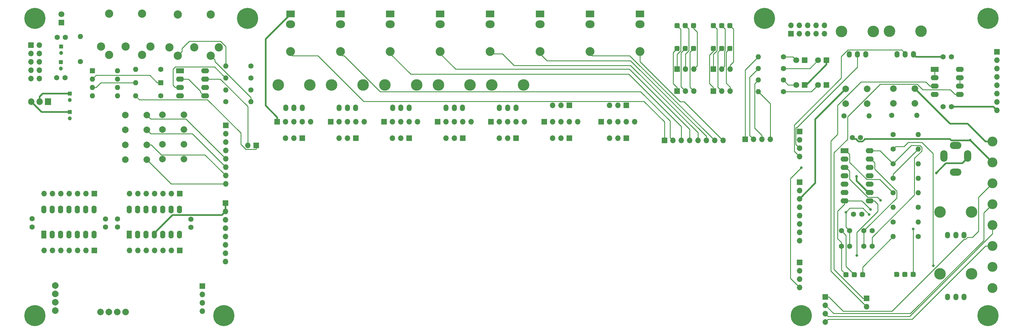
<source format=gbr>
G04 #@! TF.GenerationSoftware,KiCad,Pcbnew,(5.0.2)-1*
G04 #@! TF.CreationDate,2021-01-10T12:53:51+01:00*
G04 #@! TF.ProjectId,OpenEuroBoard,4f70656e-4575-4726-9f42-6f6172642e6b,rev?*
G04 #@! TF.SameCoordinates,Original*
G04 #@! TF.FileFunction,Copper,L2,Bot*
G04 #@! TF.FilePolarity,Positive*
%FSLAX46Y46*%
G04 Gerber Fmt 4.6, Leading zero omitted, Abs format (unit mm)*
G04 Created by KiCad (PCBNEW (5.0.2)-1) date 10/01/2021 12:53:51*
%MOMM*%
%LPD*%
G01*
G04 APERTURE LIST*
G04 #@! TA.AperFunction,ComponentPad*
%ADD10C,2.700000*%
G04 #@! TD*
G04 #@! TA.AperFunction,ComponentPad*
%ADD11R,2.600000X2.150000*%
G04 #@! TD*
G04 #@! TA.AperFunction,ComponentPad*
%ADD12O,2.800000X2.350000*%
G04 #@! TD*
G04 #@! TA.AperFunction,ComponentPad*
%ADD13C,3.000000*%
G04 #@! TD*
G04 #@! TA.AperFunction,ComponentPad*
%ADD14R,2.400000X1.600000*%
G04 #@! TD*
G04 #@! TA.AperFunction,ComponentPad*
%ADD15O,2.400000X1.600000*%
G04 #@! TD*
G04 #@! TA.AperFunction,ComponentPad*
%ADD16C,1.600000*%
G04 #@! TD*
G04 #@! TA.AperFunction,ComponentPad*
%ADD17O,2.199640X3.497580*%
G04 #@! TD*
G04 #@! TA.AperFunction,ComponentPad*
%ADD18O,3.497580X2.199640*%
G04 #@! TD*
G04 #@! TA.AperFunction,ComponentPad*
%ADD19R,1.700000X1.700000*%
G04 #@! TD*
G04 #@! TA.AperFunction,ComponentPad*
%ADD20O,1.700000X1.700000*%
G04 #@! TD*
G04 #@! TA.AperFunction,ComponentPad*
%ADD21C,2.000000*%
G04 #@! TD*
G04 #@! TA.AperFunction,ComponentPad*
%ADD22C,0.800000*%
G04 #@! TD*
G04 #@! TA.AperFunction,ComponentPad*
%ADD23C,6.400000*%
G04 #@! TD*
G04 #@! TA.AperFunction,Conductor*
%ADD24C,0.100000*%
G04 #@! TD*
G04 #@! TA.AperFunction,ComponentPad*
%ADD25C,1.524000*%
G04 #@! TD*
G04 #@! TA.AperFunction,ComponentPad*
%ADD26C,1.200000*%
G04 #@! TD*
G04 #@! TA.AperFunction,ComponentPad*
%ADD27R,1.200000X1.200000*%
G04 #@! TD*
G04 #@! TA.AperFunction,ComponentPad*
%ADD28C,3.500000*%
G04 #@! TD*
G04 #@! TA.AperFunction,ComponentPad*
%ADD29O,1.500000X2.000000*%
G04 #@! TD*
G04 #@! TA.AperFunction,ComponentPad*
%ADD30O,1.600000X2.400000*%
G04 #@! TD*
G04 #@! TA.AperFunction,ComponentPad*
%ADD31R,1.600000X2.400000*%
G04 #@! TD*
G04 #@! TA.AperFunction,ComponentPad*
%ADD32R,1.600000X1.600000*%
G04 #@! TD*
G04 #@! TA.AperFunction,ComponentPad*
%ADD33O,1.600000X1.600000*%
G04 #@! TD*
G04 #@! TA.AperFunction,ComponentPad*
%ADD34R,1.800000X1.800000*%
G04 #@! TD*
G04 #@! TA.AperFunction,ComponentPad*
%ADD35C,1.800000*%
G04 #@! TD*
G04 #@! TA.AperFunction,ComponentPad*
%ADD36R,1.905000X2.000000*%
G04 #@! TD*
G04 #@! TA.AperFunction,ComponentPad*
%ADD37O,1.905000X2.000000*%
G04 #@! TD*
G04 #@! TA.AperFunction,ComponentPad*
%ADD38C,2.499360*%
G04 #@! TD*
G04 #@! TA.AperFunction,ViaPad*
%ADD39C,0.800000*%
G04 #@! TD*
G04 #@! TA.AperFunction,Conductor*
%ADD40C,0.500000*%
G04 #@! TD*
G04 #@! TA.AperFunction,Conductor*
%ADD41C,0.250000*%
G04 #@! TD*
G04 APERTURE END LIST*
D10*
G04 #@! TO.P,J10,T*
G04 #@! TO.N,Net-(J10-PadT)*
X128336987Y-14994400D03*
D11*
G04 #@! TO.P,J10,S*
G04 #@! TO.N,GND*
X128336987Y-3594400D03*
D12*
G04 #@! TO.P,J10,TN*
G04 #@! TO.N,Net-(J10-PadTN)*
X128336987Y-6694400D03*
G04 #@! TD*
G04 #@! TO.P,J13,TN*
G04 #@! TO.N,Net-(J13-PadTN)*
X158631093Y-6694400D03*
D11*
G04 #@! TO.P,J13,S*
G04 #@! TO.N,GND*
X158631093Y-3594400D03*
D10*
G04 #@! TO.P,J13,T*
G04 #@! TO.N,Net-(J11-Pad6)*
X158631093Y-14994400D03*
G04 #@! TD*
G04 #@! TO.P,J14,T*
G04 #@! TO.N,Net-(J11-Pad7)*
X173778146Y-14994400D03*
D11*
G04 #@! TO.P,J14,S*
G04 #@! TO.N,GND*
X173778146Y-3594400D03*
D12*
G04 #@! TO.P,J14,TN*
G04 #@! TO.N,Net-(J14-PadTN)*
X173778146Y-6694400D03*
G04 #@! TD*
G04 #@! TO.P,J12,TN*
G04 #@! TO.N,Net-(J12-PadTN)*
X143484040Y-6694400D03*
D11*
G04 #@! TO.P,J12,S*
G04 #@! TO.N,GND*
X143484040Y-3594400D03*
D10*
G04 #@! TO.P,J12,T*
G04 #@! TO.N,Net-(J11-Pad5)*
X143484040Y-14994400D03*
G04 #@! TD*
G04 #@! TO.P,J9,T*
G04 #@! TO.N,Net-(J11-Pad3)*
X113189934Y-14994400D03*
D11*
G04 #@! TO.P,J9,S*
G04 #@! TO.N,GND*
X113189934Y-3594400D03*
D12*
G04 #@! TO.P,J9,TN*
G04 #@! TO.N,Net-(J9-PadTN)*
X113189934Y-6694400D03*
G04 #@! TD*
G04 #@! TO.P,J6,TN*
G04 #@! TO.N,Net-(J6-PadTN)*
X82895828Y-6694400D03*
D11*
G04 #@! TO.P,J6,S*
G04 #@! TO.N,GND*
X82895828Y-3594400D03*
D10*
G04 #@! TO.P,J6,T*
G04 #@! TO.N,Net-(J11-Pad1)*
X82895828Y-14994400D03*
G04 #@! TD*
G04 #@! TO.P,J7,T*
G04 #@! TO.N,Net-(J11-Pad2)*
X98042881Y-14994400D03*
D11*
G04 #@! TO.P,J7,S*
G04 #@! TO.N,GND*
X98042881Y-3594400D03*
D12*
G04 #@! TO.P,J7,TN*
G04 #@! TO.N,Net-(J7-PadTN)*
X98042881Y-6694400D03*
G04 #@! TD*
G04 #@! TO.P,J15,TN*
G04 #@! TO.N,Net-(J15-PadTN)*
X188925200Y-6694400D03*
D11*
G04 #@! TO.P,J15,S*
G04 #@! TO.N,GND*
X188925200Y-3594400D03*
D10*
G04 #@! TO.P,J15,T*
G04 #@! TO.N,Net-(J11-Pad8)*
X188925200Y-14994400D03*
G04 #@! TD*
D13*
G04 #@! TO.P,TP6,1*
G04 #@! TO.N,TEST4*
X295848400Y-74143520D03*
G04 #@! TD*
G04 #@! TO.P,TP7,1*
G04 #@! TO.N,TEST2*
X295848400Y-61419040D03*
G04 #@! TD*
G04 #@! TO.P,TP5,1*
G04 #@! TO.N,-12V*
X295848400Y-80505760D03*
G04 #@! TD*
G04 #@! TO.P,TP3,1*
G04 #@! TO.N,TEST1*
X295848400Y-55056800D03*
G04 #@! TD*
G04 #@! TO.P,TP1,1*
G04 #@! TO.N,+5V*
X295848400Y-42332320D03*
G04 #@! TD*
G04 #@! TO.P,TP4,1*
G04 #@! TO.N,+12V*
X295848400Y-48694560D03*
G04 #@! TD*
G04 #@! TO.P,TP2,1*
G04 #@! TO.N,TEST3*
X295848400Y-67781280D03*
G04 #@! TD*
G04 #@! TO.P,TP8,1*
G04 #@! TO.N,GND*
X295848400Y-86868000D03*
G04 #@! TD*
D14*
G04 #@! TO.P,U7,1*
G04 #@! TO.N,Net-(J59-PadR)*
X278363200Y-20406200D03*
D15*
G04 #@! TO.P,U7,5*
G04 #@! TO.N,Net-(J58-Pad1)*
X285983200Y-28026200D03*
G04 #@! TO.P,U7,2*
G04 #@! TO.N,Net-(J59-PadR)*
X278363200Y-22946200D03*
G04 #@! TO.P,U7,6*
G04 #@! TO.N,Net-(J59-PadT)*
X285983200Y-25486200D03*
G04 #@! TO.P,U7,3*
G04 #@! TO.N,Net-(J58-Pad2)*
X278363200Y-25486200D03*
G04 #@! TO.P,U7,7*
G04 #@! TO.N,Net-(J59-PadT)*
X285983200Y-22946200D03*
G04 #@! TO.P,U7,4*
G04 #@! TO.N,-12V*
X278363200Y-28026200D03*
G04 #@! TO.P,U7,8*
G04 #@! TO.N,+12V*
X285983200Y-20406200D03*
G04 #@! TD*
D16*
G04 #@! TO.P,C18,2*
G04 #@! TO.N,-12V*
X280913200Y-31800800D03*
G04 #@! TO.P,C18,1*
G04 #@! TO.N,GND*
X283413200Y-31800800D03*
G04 #@! TD*
G04 #@! TO.P,C17,1*
G04 #@! TO.N,+12V*
X283413200Y-16611600D03*
G04 #@! TO.P,C17,2*
G04 #@! TO.N,GND*
X280913200Y-16611600D03*
G04 #@! TD*
D17*
G04 #@! TO.P,J59,S*
G04 #@! TO.N,GND*
X288358581Y-46748700D03*
D18*
G04 #@! TO.P,J59,T*
G04 #@! TO.N,Net-(J59-PadT)*
X284662881Y-51643280D03*
D17*
G04 #@! TO.P,J59,G*
G04 #@! TO.N,Net-(J59-PadG)*
X281165301Y-46748700D03*
D18*
G04 #@! TO.P,J59,R*
G04 #@! TO.N,Net-(J59-PadR)*
X284662881Y-43548300D03*
G04 #@! TD*
D19*
G04 #@! TO.P,J58,1*
G04 #@! TO.N,Net-(J58-Pad1)*
X257708400Y-90068400D03*
D20*
G04 #@! TO.P,J58,2*
G04 #@! TO.N,Net-(J58-Pad2)*
X257708400Y-92608400D03*
G04 #@! TD*
D19*
G04 #@! TO.P,J56,1*
G04 #@! TO.N,TEST1*
X245160800Y-89611200D03*
D20*
G04 #@! TO.P,J56,2*
G04 #@! TO.N,TEST2*
X245160800Y-92151200D03*
G04 #@! TO.P,J56,3*
G04 #@! TO.N,TEST3*
X245160800Y-94691200D03*
G04 #@! TO.P,J56,4*
G04 #@! TO.N,TEST4*
X245160800Y-97231200D03*
G04 #@! TD*
D19*
G04 #@! TO.P,J57,1*
G04 #@! TO.N,+12V*
X297230800Y-15138400D03*
D20*
G04 #@! TO.P,J57,2*
X297230800Y-17678400D03*
G04 #@! TO.P,J57,3*
G04 #@! TO.N,TEST1*
X297230800Y-20218400D03*
G04 #@! TO.P,J57,4*
G04 #@! TO.N,TEST2*
X297230800Y-22758400D03*
G04 #@! TO.P,J57,5*
G04 #@! TO.N,TEST3*
X297230800Y-25298400D03*
G04 #@! TO.P,J57,6*
G04 #@! TO.N,TEST4*
X297230800Y-27838400D03*
G04 #@! TO.P,J57,7*
G04 #@! TO.N,GND*
X297230800Y-30378400D03*
G04 #@! TO.P,J57,8*
X297230800Y-32918400D03*
G04 #@! TD*
D19*
G04 #@! TO.P,J55,1*
G04 #@! TO.N,Net-(J55-Pad1)*
X234701000Y-9601200D03*
D20*
G04 #@! TO.P,J55,2*
G04 #@! TO.N,Net-(J55-Pad2)*
X234701000Y-7061200D03*
G04 #@! TO.P,J55,3*
G04 #@! TO.N,Net-(J55-Pad3)*
X237241000Y-9601200D03*
G04 #@! TO.P,J55,4*
G04 #@! TO.N,Net-(J55-Pad4)*
X237241000Y-7061200D03*
G04 #@! TO.P,J55,5*
G04 #@! TO.N,Net-(J55-Pad5)*
X239781000Y-9601200D03*
G04 #@! TO.P,J55,6*
G04 #@! TO.N,Net-(J55-Pad6)*
X239781000Y-7061200D03*
G04 #@! TO.P,J55,7*
G04 #@! TO.N,Net-(J55-Pad7)*
X242321000Y-9601200D03*
G04 #@! TO.P,J55,8*
G04 #@! TO.N,Net-(J55-Pad8)*
X242321000Y-7061200D03*
G04 #@! TO.P,J55,9*
G04 #@! TO.N,Net-(J55-Pad9)*
X244861000Y-9601200D03*
G04 #@! TO.P,J55,10*
G04 #@! TO.N,Net-(J55-Pad10)*
X244861000Y-7061200D03*
G04 #@! TD*
D21*
G04 #@! TO.P,J54,1*
G04 #@! TO.N,Net-(J52-Pad1)*
X32891400Y-94183200D03*
G04 #@! TO.P,J54,2*
G04 #@! TO.N,Net-(J52-Pad2)*
X30351400Y-94183200D03*
G04 #@! TO.P,J54,3*
G04 #@! TO.N,Net-(J52-Pad3)*
X27811400Y-94183200D03*
G04 #@! TO.P,J54,4*
G04 #@! TO.N,Net-(J52-Pad4)*
X25271400Y-94183200D03*
G04 #@! TD*
D19*
G04 #@! TO.P,J53,1*
G04 #@! TO.N,Net-(J52-Pad1)*
X56134000Y-86309200D03*
D20*
G04 #@! TO.P,J53,2*
G04 #@! TO.N,Net-(J52-Pad2)*
X56134000Y-88849200D03*
G04 #@! TO.P,J53,3*
G04 #@! TO.N,Net-(J52-Pad3)*
X56134000Y-91389200D03*
G04 #@! TO.P,J53,4*
G04 #@! TO.N,Net-(J52-Pad4)*
X56134000Y-93929200D03*
G04 #@! TD*
D21*
G04 #@! TO.P,J52,1*
G04 #@! TO.N,Net-(J52-Pad1)*
X11582400Y-86106000D03*
G04 #@! TO.P,J52,2*
G04 #@! TO.N,Net-(J52-Pad2)*
X11582400Y-88646000D03*
G04 #@! TO.P,J52,3*
G04 #@! TO.N,Net-(J52-Pad3)*
X11582400Y-91186000D03*
G04 #@! TO.P,J52,4*
G04 #@! TO.N,Net-(J52-Pad4)*
X11582400Y-93726000D03*
G04 #@! TD*
D22*
G04 #@! TO.P,J49,1*
G04 #@! TO.N,Net-(J49-Pad1)*
X71597856Y-3230544D03*
X69900800Y-2527600D03*
X68203744Y-3230544D03*
X67500800Y-4927600D03*
X68203744Y-6624656D03*
X69900800Y-7327600D03*
X71597856Y-6624656D03*
X72300800Y-4927600D03*
D23*
X69900800Y-4927600D03*
G04 #@! TD*
G04 #@! TO.P,J30,1*
G04 #@! TO.N,Net-(J30-Pad1)*
X62687200Y-95250000D03*
D22*
X65087200Y-95250000D03*
X64384256Y-96947056D03*
X62687200Y-97650000D03*
X60990144Y-96947056D03*
X60287200Y-95250000D03*
X60990144Y-93552944D03*
X62687200Y-92850000D03*
X64384256Y-93552944D03*
G04 #@! TD*
G04 #@! TO.P,J51,1*
G04 #@! TO.N,Net-(J51-Pad1)*
X296184656Y-3230544D03*
X294487600Y-2527600D03*
X292790544Y-3230544D03*
X292087600Y-4927600D03*
X292790544Y-6624656D03*
X294487600Y-7327600D03*
X296184656Y-6624656D03*
X296887600Y-4927600D03*
D23*
X294487600Y-4927600D03*
G04 #@! TD*
G04 #@! TO.P,J50,1*
G04 #@! TO.N,Net-(J50-Pad1)*
X5384800Y-4927600D03*
D22*
X7784800Y-4927600D03*
X7081856Y-6624656D03*
X5384800Y-7327600D03*
X3687744Y-6624656D03*
X2984800Y-4927600D03*
X3687744Y-3230544D03*
X5384800Y-2527600D03*
X7081856Y-3230544D03*
G04 #@! TD*
G04 #@! TO.P,J37,1*
G04 #@! TO.N,Net-(J37-Pad1)*
X296184656Y-93552944D03*
X294487600Y-92850000D03*
X292790544Y-93552944D03*
X292087600Y-95250000D03*
X292790544Y-96947056D03*
X294487600Y-97650000D03*
X296184656Y-96947056D03*
X296887600Y-95250000D03*
D23*
X294487600Y-95250000D03*
G04 #@! TD*
G04 #@! TO.P,J38,1*
G04 #@! TO.N,Net-(J38-Pad1)*
X226720400Y-4927600D03*
D22*
X229120400Y-4927600D03*
X228417456Y-6624656D03*
X226720400Y-7327600D03*
X225023344Y-6624656D03*
X224320400Y-4927600D03*
X225023344Y-3230544D03*
X226720400Y-2527600D03*
X228417456Y-3230544D03*
G04 #@! TD*
G04 #@! TO.P,J47,1*
G04 #@! TO.N,Net-(J47-Pad1)*
X239593456Y-93552944D03*
X237896400Y-92850000D03*
X236199344Y-93552944D03*
X235496400Y-95250000D03*
X236199344Y-96947056D03*
X237896400Y-97650000D03*
X239593456Y-96947056D03*
X240296400Y-95250000D03*
D23*
X237896400Y-95250000D03*
G04 #@! TD*
G04 #@! TO.P,J48,1*
G04 #@! TO.N,Net-(J48-Pad1)*
X5384800Y-95250000D03*
D22*
X7784800Y-95250000D03*
X7081856Y-96947056D03*
X5384800Y-97650000D03*
X3687744Y-96947056D03*
X2984800Y-95250000D03*
X3687744Y-93552944D03*
X5384800Y-92850000D03*
X7081856Y-93552944D03*
G04 #@! TD*
D19*
G04 #@! TO.P,J29,1*
G04 #@! TO.N,TRI1*
X237337600Y-79146400D03*
D20*
G04 #@! TO.P,J29,2*
G04 #@! TO.N,SQR1*
X237337600Y-81686400D03*
G04 #@! TO.P,J29,3*
G04 #@! TO.N,TRI2*
X237337600Y-84226400D03*
G04 #@! TO.P,J29,4*
G04 #@! TO.N,SQR2*
X237337600Y-86766400D03*
G04 #@! TD*
D24*
G04 #@! TO.N,TRI2*
G04 #@! TO.C,SW12*
G36*
X251867545Y-82094635D02*
X251904529Y-82100121D01*
X251940798Y-82109206D01*
X251976002Y-82121802D01*
X252009802Y-82137788D01*
X252041872Y-82157010D01*
X252071904Y-82179283D01*
X252099608Y-82204392D01*
X252124717Y-82232096D01*
X252146990Y-82262128D01*
X252166212Y-82294198D01*
X252182198Y-82327998D01*
X252194794Y-82363202D01*
X252203879Y-82399471D01*
X252209365Y-82436455D01*
X252211200Y-82473800D01*
X252211200Y-83235800D01*
X252209365Y-83273145D01*
X252203879Y-83310129D01*
X252194794Y-83346398D01*
X252182198Y-83381602D01*
X252166212Y-83415402D01*
X252146990Y-83447472D01*
X252124717Y-83477504D01*
X252099608Y-83505208D01*
X252071904Y-83530317D01*
X252041872Y-83552590D01*
X252009802Y-83571812D01*
X251976002Y-83587798D01*
X251940798Y-83600394D01*
X251904529Y-83609479D01*
X251867545Y-83614965D01*
X251830200Y-83616800D01*
X251068200Y-83616800D01*
X251030855Y-83614965D01*
X250993871Y-83609479D01*
X250957602Y-83600394D01*
X250922398Y-83587798D01*
X250888598Y-83571812D01*
X250856528Y-83552590D01*
X250826496Y-83530317D01*
X250798792Y-83505208D01*
X250773683Y-83477504D01*
X250751410Y-83447472D01*
X250732188Y-83415402D01*
X250716202Y-83381602D01*
X250703606Y-83346398D01*
X250694521Y-83310129D01*
X250689035Y-83273145D01*
X250687200Y-83235800D01*
X250687200Y-82473800D01*
X250689035Y-82436455D01*
X250694521Y-82399471D01*
X250703606Y-82363202D01*
X250716202Y-82327998D01*
X250732188Y-82294198D01*
X250751410Y-82262128D01*
X250773683Y-82232096D01*
X250798792Y-82204392D01*
X250826496Y-82179283D01*
X250856528Y-82157010D01*
X250888598Y-82137788D01*
X250922398Y-82121802D01*
X250957602Y-82109206D01*
X250993871Y-82100121D01*
X251030855Y-82094635D01*
X251068200Y-82092800D01*
X251830200Y-82092800D01*
X251867545Y-82094635D01*
X251867545Y-82094635D01*
G37*
D25*
G04 #@! TD*
G04 #@! TO.P,SW12,1*
G04 #@! TO.N,TRI2*
X251449200Y-82854800D03*
D24*
G04 #@! TO.N,Net-(C14-Pad2)*
G04 #@! TO.C,SW12*
G36*
X254367545Y-82094635D02*
X254404529Y-82100121D01*
X254440798Y-82109206D01*
X254476002Y-82121802D01*
X254509802Y-82137788D01*
X254541872Y-82157010D01*
X254571904Y-82179283D01*
X254599608Y-82204392D01*
X254624717Y-82232096D01*
X254646990Y-82262128D01*
X254666212Y-82294198D01*
X254682198Y-82327998D01*
X254694794Y-82363202D01*
X254703879Y-82399471D01*
X254709365Y-82436455D01*
X254711200Y-82473800D01*
X254711200Y-83235800D01*
X254709365Y-83273145D01*
X254703879Y-83310129D01*
X254694794Y-83346398D01*
X254682198Y-83381602D01*
X254666212Y-83415402D01*
X254646990Y-83447472D01*
X254624717Y-83477504D01*
X254599608Y-83505208D01*
X254571904Y-83530317D01*
X254541872Y-83552590D01*
X254509802Y-83571812D01*
X254476002Y-83587798D01*
X254440798Y-83600394D01*
X254404529Y-83609479D01*
X254367545Y-83614965D01*
X254330200Y-83616800D01*
X253568200Y-83616800D01*
X253530855Y-83614965D01*
X253493871Y-83609479D01*
X253457602Y-83600394D01*
X253422398Y-83587798D01*
X253388598Y-83571812D01*
X253356528Y-83552590D01*
X253326496Y-83530317D01*
X253298792Y-83505208D01*
X253273683Y-83477504D01*
X253251410Y-83447472D01*
X253232188Y-83415402D01*
X253216202Y-83381602D01*
X253203606Y-83346398D01*
X253194521Y-83310129D01*
X253189035Y-83273145D01*
X253187200Y-83235800D01*
X253187200Y-82473800D01*
X253189035Y-82436455D01*
X253194521Y-82399471D01*
X253203606Y-82363202D01*
X253216202Y-82327998D01*
X253232188Y-82294198D01*
X253251410Y-82262128D01*
X253273683Y-82232096D01*
X253298792Y-82204392D01*
X253326496Y-82179283D01*
X253356528Y-82157010D01*
X253388598Y-82137788D01*
X253422398Y-82121802D01*
X253457602Y-82109206D01*
X253493871Y-82100121D01*
X253530855Y-82094635D01*
X253568200Y-82092800D01*
X254330200Y-82092800D01*
X254367545Y-82094635D01*
X254367545Y-82094635D01*
G37*
D25*
G04 #@! TD*
G04 #@! TO.P,SW12,2*
G04 #@! TO.N,Net-(C14-Pad2)*
X253949200Y-82854800D03*
D24*
G04 #@! TO.N,Net-(R21-Pad2)*
G04 #@! TO.C,SW12*
G36*
X256867545Y-82094635D02*
X256904529Y-82100121D01*
X256940798Y-82109206D01*
X256976002Y-82121802D01*
X257009802Y-82137788D01*
X257041872Y-82157010D01*
X257071904Y-82179283D01*
X257099608Y-82204392D01*
X257124717Y-82232096D01*
X257146990Y-82262128D01*
X257166212Y-82294198D01*
X257182198Y-82327998D01*
X257194794Y-82363202D01*
X257203879Y-82399471D01*
X257209365Y-82436455D01*
X257211200Y-82473800D01*
X257211200Y-83235800D01*
X257209365Y-83273145D01*
X257203879Y-83310129D01*
X257194794Y-83346398D01*
X257182198Y-83381602D01*
X257166212Y-83415402D01*
X257146990Y-83447472D01*
X257124717Y-83477504D01*
X257099608Y-83505208D01*
X257071904Y-83530317D01*
X257041872Y-83552590D01*
X257009802Y-83571812D01*
X256976002Y-83587798D01*
X256940798Y-83600394D01*
X256904529Y-83609479D01*
X256867545Y-83614965D01*
X256830200Y-83616800D01*
X256068200Y-83616800D01*
X256030855Y-83614965D01*
X255993871Y-83609479D01*
X255957602Y-83600394D01*
X255922398Y-83587798D01*
X255888598Y-83571812D01*
X255856528Y-83552590D01*
X255826496Y-83530317D01*
X255798792Y-83505208D01*
X255773683Y-83477504D01*
X255751410Y-83447472D01*
X255732188Y-83415402D01*
X255716202Y-83381602D01*
X255703606Y-83346398D01*
X255694521Y-83310129D01*
X255689035Y-83273145D01*
X255687200Y-83235800D01*
X255687200Y-82473800D01*
X255689035Y-82436455D01*
X255694521Y-82399471D01*
X255703606Y-82363202D01*
X255716202Y-82327998D01*
X255732188Y-82294198D01*
X255751410Y-82262128D01*
X255773683Y-82232096D01*
X255798792Y-82204392D01*
X255826496Y-82179283D01*
X255856528Y-82157010D01*
X255888598Y-82137788D01*
X255922398Y-82121802D01*
X255957602Y-82109206D01*
X255993871Y-82100121D01*
X256030855Y-82094635D01*
X256068200Y-82092800D01*
X256830200Y-82092800D01*
X256867545Y-82094635D01*
X256867545Y-82094635D01*
G37*
D25*
G04 #@! TD*
G04 #@! TO.P,SW12,3*
G04 #@! TO.N,Net-(R21-Pad2)*
X256449200Y-82854800D03*
D16*
G04 #@! TO.P,C14,1*
G04 #@! TO.N,Net-(C12-Pad2)*
X252526800Y-69494400D03*
G04 #@! TO.P,C14,2*
G04 #@! TO.N,Net-(C14-Pad2)*
X250026800Y-69494400D03*
G04 #@! TD*
G04 #@! TO.P,C13,2*
G04 #@! TO.N,Net-(C13-Pad2)*
X259334000Y-69494400D03*
G04 #@! TO.P,C13,1*
G04 #@! TO.N,Net-(C11-Pad2)*
X256834000Y-69494400D03*
G04 #@! TD*
G04 #@! TO.P,C11,2*
G04 #@! TO.N,Net-(C11-Pad2)*
X256834000Y-74168000D03*
G04 #@! TO.P,C11,1*
G04 #@! TO.N,TRI1*
X259334000Y-74168000D03*
G04 #@! TD*
G04 #@! TO.P,C12,1*
G04 #@! TO.N,TRI2*
X250026800Y-74168000D03*
G04 #@! TO.P,C12,2*
G04 #@! TO.N,Net-(C12-Pad2)*
X252526800Y-74168000D03*
G04 #@! TD*
D19*
G04 #@! TO.P,J28,1*
G04 #@! TO.N,+12V*
X237337600Y-54711600D03*
D20*
G04 #@! TO.P,J28,2*
X237337600Y-57251600D03*
G04 #@! TO.P,J28,3*
G04 #@! TO.N,+5V*
X237337600Y-59791600D03*
G04 #@! TO.P,J28,4*
X237337600Y-62331600D03*
G04 #@! TO.P,J28,5*
G04 #@! TO.N,GND*
X237337600Y-64871600D03*
G04 #@! TO.P,J28,6*
X237337600Y-67411600D03*
G04 #@! TO.P,J28,7*
G04 #@! TO.N,-12V*
X237337600Y-69951600D03*
G04 #@! TO.P,J28,8*
X237337600Y-72491600D03*
G04 #@! TD*
D19*
G04 #@! TO.P,J27,1*
G04 #@! TO.N,+12V*
X63195200Y-61061600D03*
D20*
G04 #@! TO.P,J27,2*
X63195200Y-63601600D03*
G04 #@! TO.P,J27,3*
G04 #@! TO.N,+5V*
X63195200Y-66141600D03*
G04 #@! TO.P,J27,4*
X63195200Y-68681600D03*
G04 #@! TO.P,J27,5*
G04 #@! TO.N,GND*
X63195200Y-71221600D03*
G04 #@! TO.P,J27,6*
X63195200Y-73761600D03*
G04 #@! TO.P,J27,7*
G04 #@! TO.N,-12V*
X63195200Y-76301600D03*
G04 #@! TO.P,J27,8*
X63195200Y-78841600D03*
G04 #@! TD*
D19*
G04 #@! TO.P,J46,1*
G04 #@! TO.N,GATE1*
X237337600Y-39319200D03*
D20*
G04 #@! TO.P,J46,2*
G04 #@! TO.N,GATE2*
X237337600Y-41859200D03*
G04 #@! TO.P,J46,3*
G04 #@! TO.N,CV1*
X237337600Y-44399200D03*
G04 #@! TO.P,J46,4*
G04 #@! TO.N,CV2*
X237337600Y-46939200D03*
G04 #@! TD*
D19*
G04 #@! TO.P,J45,1*
G04 #@! TO.N,MIDI_RX*
X72491600Y-43586400D03*
D20*
G04 #@! TO.P,J45,2*
G04 #@! TO.N,MIDI_TX*
X69951600Y-43586400D03*
G04 #@! TD*
D26*
G04 #@! TO.P,C1,2*
G04 #@! TO.N,GND*
X15951200Y-35375600D03*
D27*
G04 #@! TO.P,C1,1*
G04 #@! TO.N,+12V*
X15951200Y-33375600D03*
G04 #@! TD*
G04 #@! TO.P,C6,1*
G04 #@! TO.N,+5V*
X15951200Y-27787600D03*
D26*
G04 #@! TO.P,C6,2*
G04 #@! TO.N,GND*
X15951200Y-29787600D03*
G04 #@! TD*
D20*
G04 #@! TO.P,J44,3*
G04 #@! TO.N,Net-(J42-Pad2)*
X162458400Y-31343600D03*
G04 #@! TO.P,J44,2*
G04 #@! TO.N,Net-(J42-Pad3)*
X164998400Y-31343600D03*
D19*
G04 #@! TO.P,J44,1*
G04 #@! TO.N,Net-(J42-Pad4)*
X167538400Y-31343600D03*
G04 #@! TD*
G04 #@! TO.P,J40,1*
G04 #@! TO.N,Net-(J39-Pad4)*
X184810400Y-41351200D03*
D20*
G04 #@! TO.P,J40,2*
G04 #@! TO.N,Net-(J39-Pad3)*
X182270400Y-41351200D03*
G04 #@! TO.P,J40,3*
G04 #@! TO.N,Net-(J39-Pad2)*
X179730400Y-41351200D03*
G04 #@! TD*
G04 #@! TO.P,J41,3*
G04 #@! TO.N,Net-(J39-Pad2)*
X179730400Y-31343600D03*
G04 #@! TO.P,J41,2*
G04 #@! TO.N,Net-(J39-Pad3)*
X182270400Y-31343600D03*
D19*
G04 #@! TO.P,J41,1*
G04 #@! TO.N,Net-(J39-Pad4)*
X184810400Y-31343600D03*
G04 #@! TD*
G04 #@! TO.P,J43,1*
G04 #@! TO.N,Net-(J42-Pad4)*
X167538400Y-41351200D03*
D20*
G04 #@! TO.P,J43,2*
G04 #@! TO.N,Net-(J42-Pad3)*
X164998400Y-41351200D03*
G04 #@! TO.P,J43,3*
G04 #@! TO.N,Net-(J42-Pad2)*
X162458400Y-41351200D03*
G04 #@! TD*
G04 #@! TO.P,J42,5*
G04 #@! TO.N,+12V*
X170077150Y-36336099D03*
G04 #@! TO.P,J42,4*
G04 #@! TO.N,Net-(J42-Pad4)*
X167537150Y-36336099D03*
G04 #@! TO.P,J42,3*
G04 #@! TO.N,Net-(J42-Pad3)*
X164997150Y-36336099D03*
G04 #@! TO.P,J42,2*
G04 #@! TO.N,Net-(J42-Pad2)*
X162457150Y-36336099D03*
D19*
G04 #@! TO.P,J42,1*
G04 #@! TO.N,GND*
X159917150Y-36336099D03*
G04 #@! TD*
G04 #@! TO.P,J39,1*
G04 #@! TO.N,GND*
X177187900Y-36386899D03*
D20*
G04 #@! TO.P,J39,2*
G04 #@! TO.N,Net-(J39-Pad2)*
X179727900Y-36386899D03*
G04 #@! TO.P,J39,3*
G04 #@! TO.N,Net-(J39-Pad3)*
X182267900Y-36386899D03*
G04 #@! TO.P,J39,4*
G04 #@! TO.N,Net-(J39-Pad4)*
X184807900Y-36386899D03*
G04 #@! TO.P,J39,5*
G04 #@! TO.N,+12V*
X187347900Y-36386899D03*
G04 #@! TD*
G04 #@! TO.P,J32,3*
G04 #@! TO.N,Net-(J31-Pad2)*
X97637600Y-41351200D03*
G04 #@! TO.P,J32,2*
G04 #@! TO.N,Net-(J31-Pad3)*
X100177600Y-41351200D03*
D19*
G04 #@! TO.P,J32,1*
G04 #@! TO.N,Net-(J31-Pad4)*
X102717600Y-41351200D03*
G04 #@! TD*
G04 #@! TO.P,J26,1*
G04 #@! TO.N,Net-(J25-Pad4)*
X135128000Y-41351200D03*
D20*
G04 #@! TO.P,J26,2*
G04 #@! TO.N,Net-(J25-Pad3)*
X132588000Y-41351200D03*
G04 #@! TO.P,J26,3*
G04 #@! TO.N,Net-(J25-Pad2)*
X130048000Y-41351200D03*
G04 #@! TD*
G04 #@! TO.P,J24,3*
G04 #@! TO.N,Net-(J23-Pad2)*
X81432400Y-41351200D03*
G04 #@! TO.P,J24,2*
G04 #@! TO.N,Net-(J23-Pad3)*
X83972400Y-41351200D03*
D19*
G04 #@! TO.P,J24,1*
G04 #@! TO.N,Net-(J23-Pad4)*
X86512400Y-41351200D03*
G04 #@! TD*
D20*
G04 #@! TO.P,J36,3*
G04 #@! TO.N,Net-(J35-Pad2)*
X113842800Y-41351200D03*
G04 #@! TO.P,J36,2*
G04 #@! TO.N,Net-(J35-Pad3)*
X116382800Y-41351200D03*
D19*
G04 #@! TO.P,J36,1*
G04 #@! TO.N,Net-(J35-Pad4)*
X118922800Y-41351200D03*
G04 #@! TD*
G04 #@! TO.P,J34,1*
G04 #@! TO.N,Net-(J33-Pad4)*
X151333200Y-41351200D03*
D20*
G04 #@! TO.P,J34,2*
G04 #@! TO.N,Net-(J33-Pad3)*
X148793200Y-41351200D03*
G04 #@! TO.P,J34,3*
G04 #@! TO.N,Net-(J33-Pad2)*
X146253200Y-41351200D03*
G04 #@! TD*
D19*
G04 #@! TO.P,J31,1*
G04 #@! TO.N,GND*
X95101350Y-36336099D03*
D20*
G04 #@! TO.P,J31,2*
G04 #@! TO.N,Net-(J31-Pad2)*
X97641350Y-36336099D03*
G04 #@! TO.P,J31,3*
G04 #@! TO.N,Net-(J31-Pad3)*
X100181350Y-36336099D03*
G04 #@! TO.P,J31,4*
G04 #@! TO.N,Net-(J31-Pad4)*
X102721350Y-36336099D03*
G04 #@! TO.P,J31,5*
G04 #@! TO.N,+12V*
X105261350Y-36336099D03*
G04 #@! TD*
G04 #@! TO.P,J25,5*
G04 #@! TO.N,+12V*
X137669250Y-36336099D03*
G04 #@! TO.P,J25,4*
G04 #@! TO.N,Net-(J25-Pad4)*
X135129250Y-36336099D03*
G04 #@! TO.P,J25,3*
G04 #@! TO.N,Net-(J25-Pad3)*
X132589250Y-36336099D03*
G04 #@! TO.P,J25,2*
G04 #@! TO.N,Net-(J25-Pad2)*
X130049250Y-36336099D03*
D19*
G04 #@! TO.P,J25,1*
G04 #@! TO.N,GND*
X127509250Y-36336099D03*
G04 #@! TD*
G04 #@! TO.P,J33,1*
G04 #@! TO.N,GND*
X143713200Y-36336099D03*
D20*
G04 #@! TO.P,J33,2*
G04 #@! TO.N,Net-(J33-Pad2)*
X146253200Y-36336099D03*
G04 #@! TO.P,J33,3*
G04 #@! TO.N,Net-(J33-Pad3)*
X148793200Y-36336099D03*
G04 #@! TO.P,J33,4*
G04 #@! TO.N,Net-(J33-Pad4)*
X151333200Y-36336099D03*
G04 #@! TO.P,J33,5*
G04 #@! TO.N,+12V*
X153873200Y-36336099D03*
G04 #@! TD*
G04 #@! TO.P,J23,5*
G04 #@! TO.N,+12V*
X89057400Y-36336099D03*
G04 #@! TO.P,J23,4*
G04 #@! TO.N,Net-(J23-Pad4)*
X86517400Y-36336099D03*
G04 #@! TO.P,J23,3*
G04 #@! TO.N,Net-(J23-Pad3)*
X83977400Y-36336099D03*
G04 #@! TO.P,J23,2*
G04 #@! TO.N,Net-(J23-Pad2)*
X81437400Y-36336099D03*
D19*
G04 #@! TO.P,J23,1*
G04 #@! TO.N,GND*
X78897400Y-36336099D03*
G04 #@! TD*
G04 #@! TO.P,J35,1*
G04 #@! TO.N,GND*
X111305300Y-36336099D03*
D20*
G04 #@! TO.P,J35,2*
G04 #@! TO.N,Net-(J35-Pad2)*
X113845300Y-36336099D03*
G04 #@! TO.P,J35,3*
G04 #@! TO.N,Net-(J35-Pad3)*
X116385300Y-36336099D03*
G04 #@! TO.P,J35,4*
G04 #@! TO.N,Net-(J35-Pad4)*
X118925300Y-36336099D03*
G04 #@! TO.P,J35,5*
G04 #@! TO.N,+12V*
X121465300Y-36336099D03*
G04 #@! TD*
D28*
G04 #@! TO.P,RV10,*
G04 #@! TO.N,*
X153593200Y-25146000D03*
X143993200Y-25146000D03*
D29*
G04 #@! TO.P,RV10,3*
G04 #@! TO.N,Net-(J33-Pad4)*
X151293200Y-32146000D03*
G04 #@! TO.P,RV10,2*
G04 #@! TO.N,Net-(J33-Pad3)*
X148793200Y-32146000D03*
G04 #@! TO.P,RV10,1*
G04 #@! TO.N,Net-(J33-Pad2)*
X146293200Y-32146000D03*
G04 #@! TD*
G04 #@! TO.P,RV6,1*
G04 #@! TO.N,Net-(J25-Pad2)*
X130088000Y-32146000D03*
G04 #@! TO.P,RV6,2*
G04 #@! TO.N,Net-(J25-Pad3)*
X132588000Y-32146000D03*
G04 #@! TO.P,RV6,3*
G04 #@! TO.N,Net-(J25-Pad4)*
X135088000Y-32146000D03*
D28*
G04 #@! TO.P,RV6,*
G04 #@! TO.N,*
X127788000Y-25146000D03*
X137388000Y-25146000D03*
G04 #@! TD*
G04 #@! TO.P,RV11,*
G04 #@! TO.N,*
X121182800Y-25146000D03*
X111582800Y-25146000D03*
D29*
G04 #@! TO.P,RV11,3*
G04 #@! TO.N,Net-(J35-Pad4)*
X118882800Y-32146000D03*
G04 #@! TO.P,RV11,2*
G04 #@! TO.N,Net-(J35-Pad3)*
X116382800Y-32146000D03*
G04 #@! TO.P,RV11,1*
G04 #@! TO.N,Net-(J35-Pad2)*
X113882800Y-32146000D03*
G04 #@! TD*
G04 #@! TO.P,RV9,1*
G04 #@! TO.N,Net-(J31-Pad2)*
X97677600Y-32146000D03*
G04 #@! TO.P,RV9,2*
G04 #@! TO.N,Net-(J31-Pad3)*
X100177600Y-32146000D03*
G04 #@! TO.P,RV9,3*
G04 #@! TO.N,Net-(J31-Pad4)*
X102677600Y-32146000D03*
D28*
G04 #@! TO.P,RV9,*
G04 #@! TO.N,*
X95377600Y-25146000D03*
X104977600Y-25146000D03*
G04 #@! TD*
D30*
G04 #@! TO.P,U3,14*
G04 #@! TO.N,Net-(J4-Pad7)*
X34026774Y-63006440D03*
G04 #@! TO.P,U3,7*
G04 #@! TO.N,Net-(J5-Pad1)*
X49266774Y-70626440D03*
G04 #@! TO.P,U3,13*
G04 #@! TO.N,Net-(J4-Pad6)*
X36566774Y-63006440D03*
G04 #@! TO.P,U3,6*
G04 #@! TO.N,Net-(J5-Pad2)*
X46726774Y-70626440D03*
G04 #@! TO.P,U3,12*
G04 #@! TO.N,Net-(J4-Pad5)*
X39106774Y-63006440D03*
G04 #@! TO.P,U3,5*
G04 #@! TO.N,Net-(J5-Pad3)*
X44186774Y-70626440D03*
G04 #@! TO.P,U3,11*
G04 #@! TO.N,-12V*
X41646774Y-63006440D03*
G04 #@! TO.P,U3,4*
G04 #@! TO.N,+12V*
X41646774Y-70626440D03*
G04 #@! TO.P,U3,10*
G04 #@! TO.N,Net-(J4-Pad3)*
X44186774Y-63006440D03*
G04 #@! TO.P,U3,3*
G04 #@! TO.N,Net-(J5-Pad5)*
X39106774Y-70626440D03*
G04 #@! TO.P,U3,9*
G04 #@! TO.N,Net-(J4-Pad2)*
X46726774Y-63006440D03*
G04 #@! TO.P,U3,2*
G04 #@! TO.N,Net-(J5-Pad6)*
X36566774Y-70626440D03*
G04 #@! TO.P,U3,8*
G04 #@! TO.N,Net-(J4-Pad1)*
X49266774Y-63006440D03*
D31*
G04 #@! TO.P,U3,1*
G04 #@! TO.N,Net-(J5-Pad7)*
X34026774Y-70626440D03*
G04 #@! TD*
G04 #@! TO.P,U2,1*
G04 #@! TO.N,Net-(J3-Pad7)*
X8118000Y-70626440D03*
D30*
G04 #@! TO.P,U2,8*
G04 #@! TO.N,Net-(J2-Pad1)*
X23358000Y-63006440D03*
G04 #@! TO.P,U2,2*
G04 #@! TO.N,Net-(J3-Pad6)*
X10658000Y-70626440D03*
G04 #@! TO.P,U2,9*
G04 #@! TO.N,Net-(J2-Pad2)*
X20818000Y-63006440D03*
G04 #@! TO.P,U2,3*
G04 #@! TO.N,Net-(J3-Pad5)*
X13198000Y-70626440D03*
G04 #@! TO.P,U2,10*
G04 #@! TO.N,Net-(J2-Pad3)*
X18278000Y-63006440D03*
G04 #@! TO.P,U2,4*
G04 #@! TO.N,+12V*
X15738000Y-70626440D03*
G04 #@! TO.P,U2,11*
G04 #@! TO.N,-12V*
X15738000Y-63006440D03*
G04 #@! TO.P,U2,5*
G04 #@! TO.N,Net-(J3-Pad3)*
X18278000Y-70626440D03*
G04 #@! TO.P,U2,12*
G04 #@! TO.N,Net-(J2-Pad5)*
X13198000Y-63006440D03*
G04 #@! TO.P,U2,6*
G04 #@! TO.N,Net-(J3-Pad2)*
X20818000Y-70626440D03*
G04 #@! TO.P,U2,13*
G04 #@! TO.N,Net-(J2-Pad6)*
X10658000Y-63006440D03*
G04 #@! TO.P,U2,7*
G04 #@! TO.N,Net-(J3-Pad1)*
X23358000Y-70626440D03*
G04 #@! TO.P,U2,14*
G04 #@! TO.N,Net-(J2-Pad7)*
X8118000Y-63006440D03*
G04 #@! TD*
D14*
G04 #@! TO.P,U4,1*
G04 #@! TO.N,Net-(R10-Pad2)*
X49377600Y-20828000D03*
D15*
G04 #@! TO.P,U4,5*
X56997600Y-28448000D03*
G04 #@! TO.P,U4,2*
X49377600Y-23368000D03*
G04 #@! TO.P,U4,6*
G04 #@! TO.N,MIDI_TX*
X56997600Y-25908000D03*
G04 #@! TO.P,U4,3*
G04 #@! TO.N,Net-(R13-Pad1)*
X49377600Y-25908000D03*
G04 #@! TO.P,U4,7*
G04 #@! TO.N,MIDI_TX*
X56997600Y-23368000D03*
G04 #@! TO.P,U4,4*
G04 #@! TO.N,GND*
X49377600Y-28448000D03*
G04 #@! TO.P,U4,8*
G04 #@! TO.N,+5V*
X56997600Y-20828000D03*
G04 #@! TD*
D24*
G04 #@! TO.N,Net-(J22-Pad3)*
G04 #@! TO.C,SW10*
G36*
X216623375Y-6351835D02*
X216660359Y-6357321D01*
X216696628Y-6366406D01*
X216731832Y-6379002D01*
X216765632Y-6394988D01*
X216797702Y-6414210D01*
X216827734Y-6436483D01*
X216855438Y-6461592D01*
X216880547Y-6489296D01*
X216902820Y-6519328D01*
X216922042Y-6551398D01*
X216938028Y-6585198D01*
X216950624Y-6620402D01*
X216959709Y-6656671D01*
X216965195Y-6693655D01*
X216967030Y-6731000D01*
X216967030Y-7493000D01*
X216965195Y-7530345D01*
X216959709Y-7567329D01*
X216950624Y-7603598D01*
X216938028Y-7638802D01*
X216922042Y-7672602D01*
X216902820Y-7704672D01*
X216880547Y-7734704D01*
X216855438Y-7762408D01*
X216827734Y-7787517D01*
X216797702Y-7809790D01*
X216765632Y-7829012D01*
X216731832Y-7844998D01*
X216696628Y-7857594D01*
X216660359Y-7866679D01*
X216623375Y-7872165D01*
X216586030Y-7874000D01*
X215824030Y-7874000D01*
X215786685Y-7872165D01*
X215749701Y-7866679D01*
X215713432Y-7857594D01*
X215678228Y-7844998D01*
X215644428Y-7829012D01*
X215612358Y-7809790D01*
X215582326Y-7787517D01*
X215554622Y-7762408D01*
X215529513Y-7734704D01*
X215507240Y-7704672D01*
X215488018Y-7672602D01*
X215472032Y-7638802D01*
X215459436Y-7603598D01*
X215450351Y-7567329D01*
X215444865Y-7530345D01*
X215443030Y-7493000D01*
X215443030Y-6731000D01*
X215444865Y-6693655D01*
X215450351Y-6656671D01*
X215459436Y-6620402D01*
X215472032Y-6585198D01*
X215488018Y-6551398D01*
X215507240Y-6519328D01*
X215529513Y-6489296D01*
X215554622Y-6461592D01*
X215582326Y-6436483D01*
X215612358Y-6414210D01*
X215644428Y-6394988D01*
X215678228Y-6379002D01*
X215713432Y-6366406D01*
X215749701Y-6357321D01*
X215786685Y-6351835D01*
X215824030Y-6350000D01*
X216586030Y-6350000D01*
X216623375Y-6351835D01*
X216623375Y-6351835D01*
G37*
D25*
G04 #@! TD*
G04 #@! TO.P,SW10,3*
G04 #@! TO.N,Net-(J22-Pad3)*
X216205030Y-7112000D03*
D24*
G04 #@! TO.N,Net-(J22-Pad2)*
G04 #@! TO.C,SW10*
G36*
X214123375Y-6351835D02*
X214160359Y-6357321D01*
X214196628Y-6366406D01*
X214231832Y-6379002D01*
X214265632Y-6394988D01*
X214297702Y-6414210D01*
X214327734Y-6436483D01*
X214355438Y-6461592D01*
X214380547Y-6489296D01*
X214402820Y-6519328D01*
X214422042Y-6551398D01*
X214438028Y-6585198D01*
X214450624Y-6620402D01*
X214459709Y-6656671D01*
X214465195Y-6693655D01*
X214467030Y-6731000D01*
X214467030Y-7493000D01*
X214465195Y-7530345D01*
X214459709Y-7567329D01*
X214450624Y-7603598D01*
X214438028Y-7638802D01*
X214422042Y-7672602D01*
X214402820Y-7704672D01*
X214380547Y-7734704D01*
X214355438Y-7762408D01*
X214327734Y-7787517D01*
X214297702Y-7809790D01*
X214265632Y-7829012D01*
X214231832Y-7844998D01*
X214196628Y-7857594D01*
X214160359Y-7866679D01*
X214123375Y-7872165D01*
X214086030Y-7874000D01*
X213324030Y-7874000D01*
X213286685Y-7872165D01*
X213249701Y-7866679D01*
X213213432Y-7857594D01*
X213178228Y-7844998D01*
X213144428Y-7829012D01*
X213112358Y-7809790D01*
X213082326Y-7787517D01*
X213054622Y-7762408D01*
X213029513Y-7734704D01*
X213007240Y-7704672D01*
X212988018Y-7672602D01*
X212972032Y-7638802D01*
X212959436Y-7603598D01*
X212950351Y-7567329D01*
X212944865Y-7530345D01*
X212943030Y-7493000D01*
X212943030Y-6731000D01*
X212944865Y-6693655D01*
X212950351Y-6656671D01*
X212959436Y-6620402D01*
X212972032Y-6585198D01*
X212988018Y-6551398D01*
X213007240Y-6519328D01*
X213029513Y-6489296D01*
X213054622Y-6461592D01*
X213082326Y-6436483D01*
X213112358Y-6414210D01*
X213144428Y-6394988D01*
X213178228Y-6379002D01*
X213213432Y-6366406D01*
X213249701Y-6357321D01*
X213286685Y-6351835D01*
X213324030Y-6350000D01*
X214086030Y-6350000D01*
X214123375Y-6351835D01*
X214123375Y-6351835D01*
G37*
D25*
G04 #@! TD*
G04 #@! TO.P,SW10,2*
G04 #@! TO.N,Net-(J22-Pad2)*
X213705030Y-7112000D03*
D24*
G04 #@! TO.N,Net-(J22-Pad1)*
G04 #@! TO.C,SW10*
G36*
X211623375Y-6351835D02*
X211660359Y-6357321D01*
X211696628Y-6366406D01*
X211731832Y-6379002D01*
X211765632Y-6394988D01*
X211797702Y-6414210D01*
X211827734Y-6436483D01*
X211855438Y-6461592D01*
X211880547Y-6489296D01*
X211902820Y-6519328D01*
X211922042Y-6551398D01*
X211938028Y-6585198D01*
X211950624Y-6620402D01*
X211959709Y-6656671D01*
X211965195Y-6693655D01*
X211967030Y-6731000D01*
X211967030Y-7493000D01*
X211965195Y-7530345D01*
X211959709Y-7567329D01*
X211950624Y-7603598D01*
X211938028Y-7638802D01*
X211922042Y-7672602D01*
X211902820Y-7704672D01*
X211880547Y-7734704D01*
X211855438Y-7762408D01*
X211827734Y-7787517D01*
X211797702Y-7809790D01*
X211765632Y-7829012D01*
X211731832Y-7844998D01*
X211696628Y-7857594D01*
X211660359Y-7866679D01*
X211623375Y-7872165D01*
X211586030Y-7874000D01*
X210824030Y-7874000D01*
X210786685Y-7872165D01*
X210749701Y-7866679D01*
X210713432Y-7857594D01*
X210678228Y-7844998D01*
X210644428Y-7829012D01*
X210612358Y-7809790D01*
X210582326Y-7787517D01*
X210554622Y-7762408D01*
X210529513Y-7734704D01*
X210507240Y-7704672D01*
X210488018Y-7672602D01*
X210472032Y-7638802D01*
X210459436Y-7603598D01*
X210450351Y-7567329D01*
X210444865Y-7530345D01*
X210443030Y-7493000D01*
X210443030Y-6731000D01*
X210444865Y-6693655D01*
X210450351Y-6656671D01*
X210459436Y-6620402D01*
X210472032Y-6585198D01*
X210488018Y-6551398D01*
X210507240Y-6519328D01*
X210529513Y-6489296D01*
X210554622Y-6461592D01*
X210582326Y-6436483D01*
X210612358Y-6414210D01*
X210644428Y-6394988D01*
X210678228Y-6379002D01*
X210713432Y-6366406D01*
X210749701Y-6357321D01*
X210786685Y-6351835D01*
X210824030Y-6350000D01*
X211586030Y-6350000D01*
X211623375Y-6351835D01*
X211623375Y-6351835D01*
G37*
D25*
G04 #@! TD*
G04 #@! TO.P,SW10,1*
G04 #@! TO.N,Net-(J22-Pad1)*
X211205030Y-7112000D03*
D24*
G04 #@! TO.N,Net-(R20-Pad2)*
G04 #@! TO.C,SW11*
G36*
X272209145Y-81993035D02*
X272246129Y-81998521D01*
X272282398Y-82007606D01*
X272317602Y-82020202D01*
X272351402Y-82036188D01*
X272383472Y-82055410D01*
X272413504Y-82077683D01*
X272441208Y-82102792D01*
X272466317Y-82130496D01*
X272488590Y-82160528D01*
X272507812Y-82192598D01*
X272523798Y-82226398D01*
X272536394Y-82261602D01*
X272545479Y-82297871D01*
X272550965Y-82334855D01*
X272552800Y-82372200D01*
X272552800Y-83134200D01*
X272550965Y-83171545D01*
X272545479Y-83208529D01*
X272536394Y-83244798D01*
X272523798Y-83280002D01*
X272507812Y-83313802D01*
X272488590Y-83345872D01*
X272466317Y-83375904D01*
X272441208Y-83403608D01*
X272413504Y-83428717D01*
X272383472Y-83450990D01*
X272351402Y-83470212D01*
X272317602Y-83486198D01*
X272282398Y-83498794D01*
X272246129Y-83507879D01*
X272209145Y-83513365D01*
X272171800Y-83515200D01*
X271409800Y-83515200D01*
X271372455Y-83513365D01*
X271335471Y-83507879D01*
X271299202Y-83498794D01*
X271263998Y-83486198D01*
X271230198Y-83470212D01*
X271198128Y-83450990D01*
X271168096Y-83428717D01*
X271140392Y-83403608D01*
X271115283Y-83375904D01*
X271093010Y-83345872D01*
X271073788Y-83313802D01*
X271057802Y-83280002D01*
X271045206Y-83244798D01*
X271036121Y-83208529D01*
X271030635Y-83171545D01*
X271028800Y-83134200D01*
X271028800Y-82372200D01*
X271030635Y-82334855D01*
X271036121Y-82297871D01*
X271045206Y-82261602D01*
X271057802Y-82226398D01*
X271073788Y-82192598D01*
X271093010Y-82160528D01*
X271115283Y-82130496D01*
X271140392Y-82102792D01*
X271168096Y-82077683D01*
X271198128Y-82055410D01*
X271230198Y-82036188D01*
X271263998Y-82020202D01*
X271299202Y-82007606D01*
X271335471Y-81998521D01*
X271372455Y-81993035D01*
X271409800Y-81991200D01*
X272171800Y-81991200D01*
X272209145Y-81993035D01*
X272209145Y-81993035D01*
G37*
D25*
G04 #@! TD*
G04 #@! TO.P,SW11,3*
G04 #@! TO.N,Net-(R20-Pad2)*
X271790800Y-82753200D03*
D24*
G04 #@! TO.N,Net-(C13-Pad2)*
G04 #@! TO.C,SW11*
G36*
X269709145Y-81993035D02*
X269746129Y-81998521D01*
X269782398Y-82007606D01*
X269817602Y-82020202D01*
X269851402Y-82036188D01*
X269883472Y-82055410D01*
X269913504Y-82077683D01*
X269941208Y-82102792D01*
X269966317Y-82130496D01*
X269988590Y-82160528D01*
X270007812Y-82192598D01*
X270023798Y-82226398D01*
X270036394Y-82261602D01*
X270045479Y-82297871D01*
X270050965Y-82334855D01*
X270052800Y-82372200D01*
X270052800Y-83134200D01*
X270050965Y-83171545D01*
X270045479Y-83208529D01*
X270036394Y-83244798D01*
X270023798Y-83280002D01*
X270007812Y-83313802D01*
X269988590Y-83345872D01*
X269966317Y-83375904D01*
X269941208Y-83403608D01*
X269913504Y-83428717D01*
X269883472Y-83450990D01*
X269851402Y-83470212D01*
X269817602Y-83486198D01*
X269782398Y-83498794D01*
X269746129Y-83507879D01*
X269709145Y-83513365D01*
X269671800Y-83515200D01*
X268909800Y-83515200D01*
X268872455Y-83513365D01*
X268835471Y-83507879D01*
X268799202Y-83498794D01*
X268763998Y-83486198D01*
X268730198Y-83470212D01*
X268698128Y-83450990D01*
X268668096Y-83428717D01*
X268640392Y-83403608D01*
X268615283Y-83375904D01*
X268593010Y-83345872D01*
X268573788Y-83313802D01*
X268557802Y-83280002D01*
X268545206Y-83244798D01*
X268536121Y-83208529D01*
X268530635Y-83171545D01*
X268528800Y-83134200D01*
X268528800Y-82372200D01*
X268530635Y-82334855D01*
X268536121Y-82297871D01*
X268545206Y-82261602D01*
X268557802Y-82226398D01*
X268573788Y-82192598D01*
X268593010Y-82160528D01*
X268615283Y-82130496D01*
X268640392Y-82102792D01*
X268668096Y-82077683D01*
X268698128Y-82055410D01*
X268730198Y-82036188D01*
X268763998Y-82020202D01*
X268799202Y-82007606D01*
X268835471Y-81998521D01*
X268872455Y-81993035D01*
X268909800Y-81991200D01*
X269671800Y-81991200D01*
X269709145Y-81993035D01*
X269709145Y-81993035D01*
G37*
D25*
G04 #@! TD*
G04 #@! TO.P,SW11,2*
G04 #@! TO.N,Net-(C13-Pad2)*
X269290800Y-82753200D03*
D24*
G04 #@! TO.N,TRI1*
G04 #@! TO.C,SW11*
G36*
X267209145Y-81993035D02*
X267246129Y-81998521D01*
X267282398Y-82007606D01*
X267317602Y-82020202D01*
X267351402Y-82036188D01*
X267383472Y-82055410D01*
X267413504Y-82077683D01*
X267441208Y-82102792D01*
X267466317Y-82130496D01*
X267488590Y-82160528D01*
X267507812Y-82192598D01*
X267523798Y-82226398D01*
X267536394Y-82261602D01*
X267545479Y-82297871D01*
X267550965Y-82334855D01*
X267552800Y-82372200D01*
X267552800Y-83134200D01*
X267550965Y-83171545D01*
X267545479Y-83208529D01*
X267536394Y-83244798D01*
X267523798Y-83280002D01*
X267507812Y-83313802D01*
X267488590Y-83345872D01*
X267466317Y-83375904D01*
X267441208Y-83403608D01*
X267413504Y-83428717D01*
X267383472Y-83450990D01*
X267351402Y-83470212D01*
X267317602Y-83486198D01*
X267282398Y-83498794D01*
X267246129Y-83507879D01*
X267209145Y-83513365D01*
X267171800Y-83515200D01*
X266409800Y-83515200D01*
X266372455Y-83513365D01*
X266335471Y-83507879D01*
X266299202Y-83498794D01*
X266263998Y-83486198D01*
X266230198Y-83470212D01*
X266198128Y-83450990D01*
X266168096Y-83428717D01*
X266140392Y-83403608D01*
X266115283Y-83375904D01*
X266093010Y-83345872D01*
X266073788Y-83313802D01*
X266057802Y-83280002D01*
X266045206Y-83244798D01*
X266036121Y-83208529D01*
X266030635Y-83171545D01*
X266028800Y-83134200D01*
X266028800Y-82372200D01*
X266030635Y-82334855D01*
X266036121Y-82297871D01*
X266045206Y-82261602D01*
X266057802Y-82226398D01*
X266073788Y-82192598D01*
X266093010Y-82160528D01*
X266115283Y-82130496D01*
X266140392Y-82102792D01*
X266168096Y-82077683D01*
X266198128Y-82055410D01*
X266230198Y-82036188D01*
X266263998Y-82020202D01*
X266299202Y-82007606D01*
X266335471Y-81998521D01*
X266372455Y-81993035D01*
X266409800Y-81991200D01*
X267171800Y-81991200D01*
X267209145Y-81993035D01*
X267209145Y-81993035D01*
G37*
D25*
G04 #@! TD*
G04 #@! TO.P,SW11,1*
G04 #@! TO.N,TRI1*
X266790800Y-82753200D03*
D24*
G04 #@! TO.N,Net-(J19-Pad1)*
G04 #@! TO.C,SW8*
G36*
X211623375Y-13311435D02*
X211660359Y-13316921D01*
X211696628Y-13326006D01*
X211731832Y-13338602D01*
X211765632Y-13354588D01*
X211797702Y-13373810D01*
X211827734Y-13396083D01*
X211855438Y-13421192D01*
X211880547Y-13448896D01*
X211902820Y-13478928D01*
X211922042Y-13510998D01*
X211938028Y-13544798D01*
X211950624Y-13580002D01*
X211959709Y-13616271D01*
X211965195Y-13653255D01*
X211967030Y-13690600D01*
X211967030Y-14452600D01*
X211965195Y-14489945D01*
X211959709Y-14526929D01*
X211950624Y-14563198D01*
X211938028Y-14598402D01*
X211922042Y-14632202D01*
X211902820Y-14664272D01*
X211880547Y-14694304D01*
X211855438Y-14722008D01*
X211827734Y-14747117D01*
X211797702Y-14769390D01*
X211765632Y-14788612D01*
X211731832Y-14804598D01*
X211696628Y-14817194D01*
X211660359Y-14826279D01*
X211623375Y-14831765D01*
X211586030Y-14833600D01*
X210824030Y-14833600D01*
X210786685Y-14831765D01*
X210749701Y-14826279D01*
X210713432Y-14817194D01*
X210678228Y-14804598D01*
X210644428Y-14788612D01*
X210612358Y-14769390D01*
X210582326Y-14747117D01*
X210554622Y-14722008D01*
X210529513Y-14694304D01*
X210507240Y-14664272D01*
X210488018Y-14632202D01*
X210472032Y-14598402D01*
X210459436Y-14563198D01*
X210450351Y-14526929D01*
X210444865Y-14489945D01*
X210443030Y-14452600D01*
X210443030Y-13690600D01*
X210444865Y-13653255D01*
X210450351Y-13616271D01*
X210459436Y-13580002D01*
X210472032Y-13544798D01*
X210488018Y-13510998D01*
X210507240Y-13478928D01*
X210529513Y-13448896D01*
X210554622Y-13421192D01*
X210582326Y-13396083D01*
X210612358Y-13373810D01*
X210644428Y-13354588D01*
X210678228Y-13338602D01*
X210713432Y-13326006D01*
X210749701Y-13316921D01*
X210786685Y-13311435D01*
X210824030Y-13309600D01*
X211586030Y-13309600D01*
X211623375Y-13311435D01*
X211623375Y-13311435D01*
G37*
D25*
G04 #@! TD*
G04 #@! TO.P,SW8,1*
G04 #@! TO.N,Net-(J19-Pad1)*
X211205030Y-14071600D03*
D24*
G04 #@! TO.N,Net-(J19-Pad2)*
G04 #@! TO.C,SW8*
G36*
X214123375Y-13311435D02*
X214160359Y-13316921D01*
X214196628Y-13326006D01*
X214231832Y-13338602D01*
X214265632Y-13354588D01*
X214297702Y-13373810D01*
X214327734Y-13396083D01*
X214355438Y-13421192D01*
X214380547Y-13448896D01*
X214402820Y-13478928D01*
X214422042Y-13510998D01*
X214438028Y-13544798D01*
X214450624Y-13580002D01*
X214459709Y-13616271D01*
X214465195Y-13653255D01*
X214467030Y-13690600D01*
X214467030Y-14452600D01*
X214465195Y-14489945D01*
X214459709Y-14526929D01*
X214450624Y-14563198D01*
X214438028Y-14598402D01*
X214422042Y-14632202D01*
X214402820Y-14664272D01*
X214380547Y-14694304D01*
X214355438Y-14722008D01*
X214327734Y-14747117D01*
X214297702Y-14769390D01*
X214265632Y-14788612D01*
X214231832Y-14804598D01*
X214196628Y-14817194D01*
X214160359Y-14826279D01*
X214123375Y-14831765D01*
X214086030Y-14833600D01*
X213324030Y-14833600D01*
X213286685Y-14831765D01*
X213249701Y-14826279D01*
X213213432Y-14817194D01*
X213178228Y-14804598D01*
X213144428Y-14788612D01*
X213112358Y-14769390D01*
X213082326Y-14747117D01*
X213054622Y-14722008D01*
X213029513Y-14694304D01*
X213007240Y-14664272D01*
X212988018Y-14632202D01*
X212972032Y-14598402D01*
X212959436Y-14563198D01*
X212950351Y-14526929D01*
X212944865Y-14489945D01*
X212943030Y-14452600D01*
X212943030Y-13690600D01*
X212944865Y-13653255D01*
X212950351Y-13616271D01*
X212959436Y-13580002D01*
X212972032Y-13544798D01*
X212988018Y-13510998D01*
X213007240Y-13478928D01*
X213029513Y-13448896D01*
X213054622Y-13421192D01*
X213082326Y-13396083D01*
X213112358Y-13373810D01*
X213144428Y-13354588D01*
X213178228Y-13338602D01*
X213213432Y-13326006D01*
X213249701Y-13316921D01*
X213286685Y-13311435D01*
X213324030Y-13309600D01*
X214086030Y-13309600D01*
X214123375Y-13311435D01*
X214123375Y-13311435D01*
G37*
D25*
G04 #@! TD*
G04 #@! TO.P,SW8,2*
G04 #@! TO.N,Net-(J19-Pad2)*
X213705030Y-14071600D03*
D24*
G04 #@! TO.N,Net-(J19-Pad3)*
G04 #@! TO.C,SW8*
G36*
X216623375Y-13311435D02*
X216660359Y-13316921D01*
X216696628Y-13326006D01*
X216731832Y-13338602D01*
X216765632Y-13354588D01*
X216797702Y-13373810D01*
X216827734Y-13396083D01*
X216855438Y-13421192D01*
X216880547Y-13448896D01*
X216902820Y-13478928D01*
X216922042Y-13510998D01*
X216938028Y-13544798D01*
X216950624Y-13580002D01*
X216959709Y-13616271D01*
X216965195Y-13653255D01*
X216967030Y-13690600D01*
X216967030Y-14452600D01*
X216965195Y-14489945D01*
X216959709Y-14526929D01*
X216950624Y-14563198D01*
X216938028Y-14598402D01*
X216922042Y-14632202D01*
X216902820Y-14664272D01*
X216880547Y-14694304D01*
X216855438Y-14722008D01*
X216827734Y-14747117D01*
X216797702Y-14769390D01*
X216765632Y-14788612D01*
X216731832Y-14804598D01*
X216696628Y-14817194D01*
X216660359Y-14826279D01*
X216623375Y-14831765D01*
X216586030Y-14833600D01*
X215824030Y-14833600D01*
X215786685Y-14831765D01*
X215749701Y-14826279D01*
X215713432Y-14817194D01*
X215678228Y-14804598D01*
X215644428Y-14788612D01*
X215612358Y-14769390D01*
X215582326Y-14747117D01*
X215554622Y-14722008D01*
X215529513Y-14694304D01*
X215507240Y-14664272D01*
X215488018Y-14632202D01*
X215472032Y-14598402D01*
X215459436Y-14563198D01*
X215450351Y-14526929D01*
X215444865Y-14489945D01*
X215443030Y-14452600D01*
X215443030Y-13690600D01*
X215444865Y-13653255D01*
X215450351Y-13616271D01*
X215459436Y-13580002D01*
X215472032Y-13544798D01*
X215488018Y-13510998D01*
X215507240Y-13478928D01*
X215529513Y-13448896D01*
X215554622Y-13421192D01*
X215582326Y-13396083D01*
X215612358Y-13373810D01*
X215644428Y-13354588D01*
X215678228Y-13338602D01*
X215713432Y-13326006D01*
X215749701Y-13316921D01*
X215786685Y-13311435D01*
X215824030Y-13309600D01*
X216586030Y-13309600D01*
X216623375Y-13311435D01*
X216623375Y-13311435D01*
G37*
D25*
G04 #@! TD*
G04 #@! TO.P,SW8,3*
G04 #@! TO.N,Net-(J19-Pad3)*
X216205030Y-14071600D03*
D24*
G04 #@! TO.N,Net-(J18-Pad3)*
G04 #@! TO.C,SW7*
G36*
X205598975Y-13311435D02*
X205635959Y-13316921D01*
X205672228Y-13326006D01*
X205707432Y-13338602D01*
X205741232Y-13354588D01*
X205773302Y-13373810D01*
X205803334Y-13396083D01*
X205831038Y-13421192D01*
X205856147Y-13448896D01*
X205878420Y-13478928D01*
X205897642Y-13510998D01*
X205913628Y-13544798D01*
X205926224Y-13580002D01*
X205935309Y-13616271D01*
X205940795Y-13653255D01*
X205942630Y-13690600D01*
X205942630Y-14452600D01*
X205940795Y-14489945D01*
X205935309Y-14526929D01*
X205926224Y-14563198D01*
X205913628Y-14598402D01*
X205897642Y-14632202D01*
X205878420Y-14664272D01*
X205856147Y-14694304D01*
X205831038Y-14722008D01*
X205803334Y-14747117D01*
X205773302Y-14769390D01*
X205741232Y-14788612D01*
X205707432Y-14804598D01*
X205672228Y-14817194D01*
X205635959Y-14826279D01*
X205598975Y-14831765D01*
X205561630Y-14833600D01*
X204799630Y-14833600D01*
X204762285Y-14831765D01*
X204725301Y-14826279D01*
X204689032Y-14817194D01*
X204653828Y-14804598D01*
X204620028Y-14788612D01*
X204587958Y-14769390D01*
X204557926Y-14747117D01*
X204530222Y-14722008D01*
X204505113Y-14694304D01*
X204482840Y-14664272D01*
X204463618Y-14632202D01*
X204447632Y-14598402D01*
X204435036Y-14563198D01*
X204425951Y-14526929D01*
X204420465Y-14489945D01*
X204418630Y-14452600D01*
X204418630Y-13690600D01*
X204420465Y-13653255D01*
X204425951Y-13616271D01*
X204435036Y-13580002D01*
X204447632Y-13544798D01*
X204463618Y-13510998D01*
X204482840Y-13478928D01*
X204505113Y-13448896D01*
X204530222Y-13421192D01*
X204557926Y-13396083D01*
X204587958Y-13373810D01*
X204620028Y-13354588D01*
X204653828Y-13338602D01*
X204689032Y-13326006D01*
X204725301Y-13316921D01*
X204762285Y-13311435D01*
X204799630Y-13309600D01*
X205561630Y-13309600D01*
X205598975Y-13311435D01*
X205598975Y-13311435D01*
G37*
D25*
G04 #@! TD*
G04 #@! TO.P,SW7,3*
G04 #@! TO.N,Net-(J18-Pad3)*
X205180630Y-14071600D03*
D24*
G04 #@! TO.N,Net-(J18-Pad2)*
G04 #@! TO.C,SW7*
G36*
X203098975Y-13311435D02*
X203135959Y-13316921D01*
X203172228Y-13326006D01*
X203207432Y-13338602D01*
X203241232Y-13354588D01*
X203273302Y-13373810D01*
X203303334Y-13396083D01*
X203331038Y-13421192D01*
X203356147Y-13448896D01*
X203378420Y-13478928D01*
X203397642Y-13510998D01*
X203413628Y-13544798D01*
X203426224Y-13580002D01*
X203435309Y-13616271D01*
X203440795Y-13653255D01*
X203442630Y-13690600D01*
X203442630Y-14452600D01*
X203440795Y-14489945D01*
X203435309Y-14526929D01*
X203426224Y-14563198D01*
X203413628Y-14598402D01*
X203397642Y-14632202D01*
X203378420Y-14664272D01*
X203356147Y-14694304D01*
X203331038Y-14722008D01*
X203303334Y-14747117D01*
X203273302Y-14769390D01*
X203241232Y-14788612D01*
X203207432Y-14804598D01*
X203172228Y-14817194D01*
X203135959Y-14826279D01*
X203098975Y-14831765D01*
X203061630Y-14833600D01*
X202299630Y-14833600D01*
X202262285Y-14831765D01*
X202225301Y-14826279D01*
X202189032Y-14817194D01*
X202153828Y-14804598D01*
X202120028Y-14788612D01*
X202087958Y-14769390D01*
X202057926Y-14747117D01*
X202030222Y-14722008D01*
X202005113Y-14694304D01*
X201982840Y-14664272D01*
X201963618Y-14632202D01*
X201947632Y-14598402D01*
X201935036Y-14563198D01*
X201925951Y-14526929D01*
X201920465Y-14489945D01*
X201918630Y-14452600D01*
X201918630Y-13690600D01*
X201920465Y-13653255D01*
X201925951Y-13616271D01*
X201935036Y-13580002D01*
X201947632Y-13544798D01*
X201963618Y-13510998D01*
X201982840Y-13478928D01*
X202005113Y-13448896D01*
X202030222Y-13421192D01*
X202057926Y-13396083D01*
X202087958Y-13373810D01*
X202120028Y-13354588D01*
X202153828Y-13338602D01*
X202189032Y-13326006D01*
X202225301Y-13316921D01*
X202262285Y-13311435D01*
X202299630Y-13309600D01*
X203061630Y-13309600D01*
X203098975Y-13311435D01*
X203098975Y-13311435D01*
G37*
D25*
G04 #@! TD*
G04 #@! TO.P,SW7,2*
G04 #@! TO.N,Net-(J18-Pad2)*
X202680630Y-14071600D03*
D24*
G04 #@! TO.N,Net-(J18-Pad1)*
G04 #@! TO.C,SW7*
G36*
X200598975Y-13311435D02*
X200635959Y-13316921D01*
X200672228Y-13326006D01*
X200707432Y-13338602D01*
X200741232Y-13354588D01*
X200773302Y-13373810D01*
X200803334Y-13396083D01*
X200831038Y-13421192D01*
X200856147Y-13448896D01*
X200878420Y-13478928D01*
X200897642Y-13510998D01*
X200913628Y-13544798D01*
X200926224Y-13580002D01*
X200935309Y-13616271D01*
X200940795Y-13653255D01*
X200942630Y-13690600D01*
X200942630Y-14452600D01*
X200940795Y-14489945D01*
X200935309Y-14526929D01*
X200926224Y-14563198D01*
X200913628Y-14598402D01*
X200897642Y-14632202D01*
X200878420Y-14664272D01*
X200856147Y-14694304D01*
X200831038Y-14722008D01*
X200803334Y-14747117D01*
X200773302Y-14769390D01*
X200741232Y-14788612D01*
X200707432Y-14804598D01*
X200672228Y-14817194D01*
X200635959Y-14826279D01*
X200598975Y-14831765D01*
X200561630Y-14833600D01*
X199799630Y-14833600D01*
X199762285Y-14831765D01*
X199725301Y-14826279D01*
X199689032Y-14817194D01*
X199653828Y-14804598D01*
X199620028Y-14788612D01*
X199587958Y-14769390D01*
X199557926Y-14747117D01*
X199530222Y-14722008D01*
X199505113Y-14694304D01*
X199482840Y-14664272D01*
X199463618Y-14632202D01*
X199447632Y-14598402D01*
X199435036Y-14563198D01*
X199425951Y-14526929D01*
X199420465Y-14489945D01*
X199418630Y-14452600D01*
X199418630Y-13690600D01*
X199420465Y-13653255D01*
X199425951Y-13616271D01*
X199435036Y-13580002D01*
X199447632Y-13544798D01*
X199463618Y-13510998D01*
X199482840Y-13478928D01*
X199505113Y-13448896D01*
X199530222Y-13421192D01*
X199557926Y-13396083D01*
X199587958Y-13373810D01*
X199620028Y-13354588D01*
X199653828Y-13338602D01*
X199689032Y-13326006D01*
X199725301Y-13316921D01*
X199762285Y-13311435D01*
X199799630Y-13309600D01*
X200561630Y-13309600D01*
X200598975Y-13311435D01*
X200598975Y-13311435D01*
G37*
D25*
G04 #@! TD*
G04 #@! TO.P,SW7,1*
G04 #@! TO.N,Net-(J18-Pad1)*
X200180630Y-14071600D03*
D24*
G04 #@! TO.N,Net-(J20-Pad1)*
G04 #@! TO.C,SW9*
G36*
X200598975Y-6351835D02*
X200635959Y-6357321D01*
X200672228Y-6366406D01*
X200707432Y-6379002D01*
X200741232Y-6394988D01*
X200773302Y-6414210D01*
X200803334Y-6436483D01*
X200831038Y-6461592D01*
X200856147Y-6489296D01*
X200878420Y-6519328D01*
X200897642Y-6551398D01*
X200913628Y-6585198D01*
X200926224Y-6620402D01*
X200935309Y-6656671D01*
X200940795Y-6693655D01*
X200942630Y-6731000D01*
X200942630Y-7493000D01*
X200940795Y-7530345D01*
X200935309Y-7567329D01*
X200926224Y-7603598D01*
X200913628Y-7638802D01*
X200897642Y-7672602D01*
X200878420Y-7704672D01*
X200856147Y-7734704D01*
X200831038Y-7762408D01*
X200803334Y-7787517D01*
X200773302Y-7809790D01*
X200741232Y-7829012D01*
X200707432Y-7844998D01*
X200672228Y-7857594D01*
X200635959Y-7866679D01*
X200598975Y-7872165D01*
X200561630Y-7874000D01*
X199799630Y-7874000D01*
X199762285Y-7872165D01*
X199725301Y-7866679D01*
X199689032Y-7857594D01*
X199653828Y-7844998D01*
X199620028Y-7829012D01*
X199587958Y-7809790D01*
X199557926Y-7787517D01*
X199530222Y-7762408D01*
X199505113Y-7734704D01*
X199482840Y-7704672D01*
X199463618Y-7672602D01*
X199447632Y-7638802D01*
X199435036Y-7603598D01*
X199425951Y-7567329D01*
X199420465Y-7530345D01*
X199418630Y-7493000D01*
X199418630Y-6731000D01*
X199420465Y-6693655D01*
X199425951Y-6656671D01*
X199435036Y-6620402D01*
X199447632Y-6585198D01*
X199463618Y-6551398D01*
X199482840Y-6519328D01*
X199505113Y-6489296D01*
X199530222Y-6461592D01*
X199557926Y-6436483D01*
X199587958Y-6414210D01*
X199620028Y-6394988D01*
X199653828Y-6379002D01*
X199689032Y-6366406D01*
X199725301Y-6357321D01*
X199762285Y-6351835D01*
X199799630Y-6350000D01*
X200561630Y-6350000D01*
X200598975Y-6351835D01*
X200598975Y-6351835D01*
G37*
D25*
G04 #@! TD*
G04 #@! TO.P,SW9,1*
G04 #@! TO.N,Net-(J20-Pad1)*
X200180630Y-7112000D03*
D24*
G04 #@! TO.N,Net-(J20-Pad2)*
G04 #@! TO.C,SW9*
G36*
X203098975Y-6351835D02*
X203135959Y-6357321D01*
X203172228Y-6366406D01*
X203207432Y-6379002D01*
X203241232Y-6394988D01*
X203273302Y-6414210D01*
X203303334Y-6436483D01*
X203331038Y-6461592D01*
X203356147Y-6489296D01*
X203378420Y-6519328D01*
X203397642Y-6551398D01*
X203413628Y-6585198D01*
X203426224Y-6620402D01*
X203435309Y-6656671D01*
X203440795Y-6693655D01*
X203442630Y-6731000D01*
X203442630Y-7493000D01*
X203440795Y-7530345D01*
X203435309Y-7567329D01*
X203426224Y-7603598D01*
X203413628Y-7638802D01*
X203397642Y-7672602D01*
X203378420Y-7704672D01*
X203356147Y-7734704D01*
X203331038Y-7762408D01*
X203303334Y-7787517D01*
X203273302Y-7809790D01*
X203241232Y-7829012D01*
X203207432Y-7844998D01*
X203172228Y-7857594D01*
X203135959Y-7866679D01*
X203098975Y-7872165D01*
X203061630Y-7874000D01*
X202299630Y-7874000D01*
X202262285Y-7872165D01*
X202225301Y-7866679D01*
X202189032Y-7857594D01*
X202153828Y-7844998D01*
X202120028Y-7829012D01*
X202087958Y-7809790D01*
X202057926Y-7787517D01*
X202030222Y-7762408D01*
X202005113Y-7734704D01*
X201982840Y-7704672D01*
X201963618Y-7672602D01*
X201947632Y-7638802D01*
X201935036Y-7603598D01*
X201925951Y-7567329D01*
X201920465Y-7530345D01*
X201918630Y-7493000D01*
X201918630Y-6731000D01*
X201920465Y-6693655D01*
X201925951Y-6656671D01*
X201935036Y-6620402D01*
X201947632Y-6585198D01*
X201963618Y-6551398D01*
X201982840Y-6519328D01*
X202005113Y-6489296D01*
X202030222Y-6461592D01*
X202057926Y-6436483D01*
X202087958Y-6414210D01*
X202120028Y-6394988D01*
X202153828Y-6379002D01*
X202189032Y-6366406D01*
X202225301Y-6357321D01*
X202262285Y-6351835D01*
X202299630Y-6350000D01*
X203061630Y-6350000D01*
X203098975Y-6351835D01*
X203098975Y-6351835D01*
G37*
D25*
G04 #@! TD*
G04 #@! TO.P,SW9,2*
G04 #@! TO.N,Net-(J20-Pad2)*
X202680630Y-7112000D03*
D24*
G04 #@! TO.N,Net-(J20-Pad3)*
G04 #@! TO.C,SW9*
G36*
X205598975Y-6351835D02*
X205635959Y-6357321D01*
X205672228Y-6366406D01*
X205707432Y-6379002D01*
X205741232Y-6394988D01*
X205773302Y-6414210D01*
X205803334Y-6436483D01*
X205831038Y-6461592D01*
X205856147Y-6489296D01*
X205878420Y-6519328D01*
X205897642Y-6551398D01*
X205913628Y-6585198D01*
X205926224Y-6620402D01*
X205935309Y-6656671D01*
X205940795Y-6693655D01*
X205942630Y-6731000D01*
X205942630Y-7493000D01*
X205940795Y-7530345D01*
X205935309Y-7567329D01*
X205926224Y-7603598D01*
X205913628Y-7638802D01*
X205897642Y-7672602D01*
X205878420Y-7704672D01*
X205856147Y-7734704D01*
X205831038Y-7762408D01*
X205803334Y-7787517D01*
X205773302Y-7809790D01*
X205741232Y-7829012D01*
X205707432Y-7844998D01*
X205672228Y-7857594D01*
X205635959Y-7866679D01*
X205598975Y-7872165D01*
X205561630Y-7874000D01*
X204799630Y-7874000D01*
X204762285Y-7872165D01*
X204725301Y-7866679D01*
X204689032Y-7857594D01*
X204653828Y-7844998D01*
X204620028Y-7829012D01*
X204587958Y-7809790D01*
X204557926Y-7787517D01*
X204530222Y-7762408D01*
X204505113Y-7734704D01*
X204482840Y-7704672D01*
X204463618Y-7672602D01*
X204447632Y-7638802D01*
X204435036Y-7603598D01*
X204425951Y-7567329D01*
X204420465Y-7530345D01*
X204418630Y-7493000D01*
X204418630Y-6731000D01*
X204420465Y-6693655D01*
X204425951Y-6656671D01*
X204435036Y-6620402D01*
X204447632Y-6585198D01*
X204463618Y-6551398D01*
X204482840Y-6519328D01*
X204505113Y-6489296D01*
X204530222Y-6461592D01*
X204557926Y-6436483D01*
X204587958Y-6414210D01*
X204620028Y-6394988D01*
X204653828Y-6379002D01*
X204689032Y-6366406D01*
X204725301Y-6357321D01*
X204762285Y-6351835D01*
X204799630Y-6350000D01*
X205561630Y-6350000D01*
X205598975Y-6351835D01*
X205598975Y-6351835D01*
G37*
D25*
G04 #@! TD*
G04 #@! TO.P,SW9,3*
G04 #@! TO.N,Net-(J20-Pad3)*
X205180630Y-7112000D03*
D21*
G04 #@! TO.P,SW2,1*
G04 #@! TO.N,+5V*
X257839200Y-26342800D03*
G04 #@! TO.P,SW2,2*
G04 #@! TO.N,GATE1*
X257839200Y-30842800D03*
G04 #@! TO.P,SW2,1*
G04 #@! TO.N,+5V*
X251339200Y-26342800D03*
G04 #@! TO.P,SW2,2*
G04 #@! TO.N,GATE1*
X251339200Y-30842800D03*
G04 #@! TD*
G04 #@! TO.P,SW1,2*
G04 #@! TO.N,Net-(J8-Pad2)*
X44067425Y-38702983D03*
G04 #@! TO.P,SW1,1*
G04 #@! TO.N,Net-(J8-Pad1)*
X44067425Y-34202983D03*
G04 #@! TO.P,SW1,2*
G04 #@! TO.N,Net-(J8-Pad2)*
X50567425Y-38702983D03*
G04 #@! TO.P,SW1,1*
G04 #@! TO.N,Net-(J8-Pad1)*
X50567425Y-34202983D03*
G04 #@! TD*
G04 #@! TO.P,SW6,1*
G04 #@! TO.N,Net-(J8-Pad7)*
X39289825Y-43346983D03*
G04 #@! TO.P,SW6,2*
G04 #@! TO.N,Net-(J8-Pad8)*
X39289825Y-47846983D03*
G04 #@! TO.P,SW6,1*
G04 #@! TO.N,Net-(J8-Pad7)*
X32789825Y-43346983D03*
G04 #@! TO.P,SW6,2*
G04 #@! TO.N,Net-(J8-Pad8)*
X32789825Y-47846983D03*
G04 #@! TD*
G04 #@! TO.P,SW5,2*
G04 #@! TO.N,GATE2*
X265830000Y-30741200D03*
G04 #@! TO.P,SW5,1*
G04 #@! TO.N,+5V*
X265830000Y-26241200D03*
G04 #@! TO.P,SW5,2*
G04 #@! TO.N,GATE2*
X272330000Y-30741200D03*
G04 #@! TO.P,SW5,1*
G04 #@! TO.N,+5V*
X272330000Y-26241200D03*
G04 #@! TD*
G04 #@! TO.P,SW3,1*
G04 #@! TO.N,Net-(J8-Pad3)*
X50567425Y-43211516D03*
G04 #@! TO.P,SW3,2*
G04 #@! TO.N,Net-(J8-Pad4)*
X50567425Y-47711516D03*
G04 #@! TO.P,SW3,1*
G04 #@! TO.N,Net-(J8-Pad3)*
X44067425Y-43211516D03*
G04 #@! TO.P,SW3,2*
G04 #@! TO.N,Net-(J8-Pad4)*
X44067425Y-47711516D03*
G04 #@! TD*
G04 #@! TO.P,SW4,2*
G04 #@! TO.N,Net-(J8-Pad6)*
X32789825Y-38838449D03*
G04 #@! TO.P,SW4,1*
G04 #@! TO.N,Net-(J8-Pad5)*
X32789825Y-34338449D03*
G04 #@! TO.P,SW4,2*
G04 #@! TO.N,Net-(J8-Pad6)*
X39289825Y-38838449D03*
G04 #@! TO.P,SW4,1*
G04 #@! TO.N,Net-(J8-Pad5)*
X39289825Y-34338449D03*
G04 #@! TD*
D26*
G04 #@! TO.P,C10,2*
G04 #@! TO.N,-12V*
X13258800Y-20216934D03*
D27*
G04 #@! TO.P,C10,1*
G04 #@! TO.N,GND*
X13258800Y-18216934D03*
G04 #@! TD*
G04 #@! TO.P,C9,1*
G04 #@! TO.N,+12V*
X13360400Y-13467467D03*
D26*
G04 #@! TO.P,C9,2*
G04 #@! TO.N,GND*
X13360400Y-15467467D03*
G04 #@! TD*
D16*
G04 #@! TO.P,C15,2*
G04 #@! TO.N,GND*
X255839600Y-41148000D03*
G04 #@! TO.P,C15,1*
G04 #@! TO.N,+12V*
X253339600Y-41148000D03*
G04 #@! TD*
G04 #@! TO.P,C7,1*
G04 #@! TO.N,+12V*
X12110400Y-10668000D03*
G04 #@! TO.P,C7,2*
G04 #@! TO.N,GND*
X14610400Y-10668000D03*
G04 #@! TD*
G04 #@! TO.P,C3,2*
G04 #@! TO.N,-12V*
X26822400Y-65876800D03*
G04 #@! TO.P,C3,1*
G04 #@! TO.N,GND*
X26822400Y-68376800D03*
G04 #@! TD*
G04 #@! TO.P,C4,1*
G04 #@! TO.N,+12V*
X30429200Y-68376800D03*
G04 #@! TO.P,C4,2*
G04 #@! TO.N,GND*
X30429200Y-65876800D03*
G04 #@! TD*
G04 #@! TO.P,C8,2*
G04 #@! TO.N,-12V*
X12008800Y-22961600D03*
G04 #@! TO.P,C8,1*
G04 #@! TO.N,GND*
X14508800Y-22961600D03*
G04 #@! TD*
G04 #@! TO.P,C16,1*
G04 #@! TO.N,GND*
X253695200Y-64465200D03*
G04 #@! TO.P,C16,2*
G04 #@! TO.N,-12V*
X256195200Y-64465200D03*
G04 #@! TD*
G04 #@! TO.P,C5,2*
G04 #@! TO.N,-12V*
X52679600Y-65978400D03*
G04 #@! TO.P,C5,1*
G04 #@! TO.N,GND*
X52679600Y-68478400D03*
G04 #@! TD*
G04 #@! TO.P,C2,1*
G04 #@! TO.N,+12V*
X4521200Y-68336800D03*
G04 #@! TO.P,C2,2*
G04 #@! TO.N,GND*
X4521200Y-65836800D03*
G04 #@! TD*
D20*
G04 #@! TO.P,J19,3*
G04 #@! TO.N,Net-(J19-Pad3)*
X216285030Y-27013303D03*
G04 #@! TO.P,J19,2*
G04 #@! TO.N,Net-(J19-Pad2)*
X213745030Y-27013303D03*
D19*
G04 #@! TO.P,J19,1*
G04 #@! TO.N,Net-(J19-Pad1)*
X211205030Y-27013303D03*
G04 #@! TD*
G04 #@! TO.P,J22,1*
G04 #@! TO.N,Net-(J22-Pad1)*
X211205030Y-20358503D03*
D20*
G04 #@! TO.P,J22,2*
G04 #@! TO.N,Net-(J22-Pad2)*
X213745030Y-20358503D03*
G04 #@! TO.P,J22,3*
G04 #@! TO.N,Net-(J22-Pad3)*
X216285030Y-20358503D03*
G04 #@! TD*
G04 #@! TO.P,J20,3*
G04 #@! TO.N,Net-(J20-Pad3)*
X205260630Y-20358503D03*
G04 #@! TO.P,J20,2*
G04 #@! TO.N,Net-(J20-Pad2)*
X202720630Y-20358503D03*
D19*
G04 #@! TO.P,J20,1*
G04 #@! TO.N,Net-(J20-Pad1)*
X200180630Y-20358503D03*
G04 #@! TD*
G04 #@! TO.P,J18,1*
G04 #@! TO.N,Net-(J18-Pad1)*
X200180630Y-27013303D03*
D20*
G04 #@! TO.P,J18,2*
G04 #@! TO.N,Net-(J18-Pad2)*
X202720630Y-27013303D03*
G04 #@! TO.P,J18,3*
G04 #@! TO.N,Net-(J18-Pad3)*
X205260630Y-27013303D03*
G04 #@! TD*
D19*
G04 #@! TO.P,J16,1*
G04 #@! TO.N,Net-(J16-Pad1)*
X220827600Y-41706800D03*
D20*
G04 #@! TO.P,J16,2*
G04 #@! TO.N,Net-(J16-Pad2)*
X223367600Y-41706800D03*
G04 #@! TO.P,J16,3*
G04 #@! TO.N,Net-(J16-Pad3)*
X225907600Y-41706800D03*
G04 #@! TO.P,J16,4*
G04 #@! TO.N,Net-(J16-Pad4)*
X228447600Y-41706800D03*
G04 #@! TD*
G04 #@! TO.P,J2,7*
G04 #@! TO.N,Net-(J2-Pad7)*
X8128000Y-58216800D03*
G04 #@! TO.P,J2,6*
G04 #@! TO.N,Net-(J2-Pad6)*
X10668000Y-58216800D03*
G04 #@! TO.P,J2,5*
G04 #@! TO.N,Net-(J2-Pad5)*
X13208000Y-58216800D03*
G04 #@! TO.P,J2,4*
G04 #@! TO.N,-12V*
X15748000Y-58216800D03*
G04 #@! TO.P,J2,3*
G04 #@! TO.N,Net-(J2-Pad3)*
X18288000Y-58216800D03*
G04 #@! TO.P,J2,2*
G04 #@! TO.N,Net-(J2-Pad2)*
X20828000Y-58216800D03*
D19*
G04 #@! TO.P,J2,1*
G04 #@! TO.N,Net-(J2-Pad1)*
X23368000Y-58216800D03*
G04 #@! TD*
G04 #@! TO.P,J3,1*
G04 #@! TO.N,Net-(J3-Pad1)*
X23368000Y-75438000D03*
D20*
G04 #@! TO.P,J3,2*
G04 #@! TO.N,Net-(J3-Pad2)*
X20828000Y-75438000D03*
G04 #@! TO.P,J3,3*
G04 #@! TO.N,Net-(J3-Pad3)*
X18288000Y-75438000D03*
G04 #@! TO.P,J3,4*
G04 #@! TO.N,+12V*
X15748000Y-75438000D03*
G04 #@! TO.P,J3,5*
G04 #@! TO.N,Net-(J3-Pad5)*
X13208000Y-75438000D03*
G04 #@! TO.P,J3,6*
G04 #@! TO.N,Net-(J3-Pad6)*
X10668000Y-75438000D03*
G04 #@! TO.P,J3,7*
G04 #@! TO.N,Net-(J3-Pad7)*
X8128000Y-75438000D03*
G04 #@! TD*
G04 #@! TO.P,J4,7*
G04 #@! TO.N,Net-(J4-Pad7)*
X34036774Y-58216800D03*
G04 #@! TO.P,J4,6*
G04 #@! TO.N,Net-(J4-Pad6)*
X36576774Y-58216800D03*
G04 #@! TO.P,J4,5*
G04 #@! TO.N,Net-(J4-Pad5)*
X39116774Y-58216800D03*
G04 #@! TO.P,J4,4*
G04 #@! TO.N,-12V*
X41656774Y-58216800D03*
G04 #@! TO.P,J4,3*
G04 #@! TO.N,Net-(J4-Pad3)*
X44196774Y-58216800D03*
G04 #@! TO.P,J4,2*
G04 #@! TO.N,Net-(J4-Pad2)*
X46736774Y-58216800D03*
D19*
G04 #@! TO.P,J4,1*
G04 #@! TO.N,Net-(J4-Pad1)*
X49276774Y-58216800D03*
G04 #@! TD*
G04 #@! TO.P,J5,1*
G04 #@! TO.N,Net-(J5-Pad1)*
X49276774Y-75438000D03*
D20*
G04 #@! TO.P,J5,2*
G04 #@! TO.N,Net-(J5-Pad2)*
X46736774Y-75438000D03*
G04 #@! TO.P,J5,3*
G04 #@! TO.N,Net-(J5-Pad3)*
X44196774Y-75438000D03*
G04 #@! TO.P,J5,4*
G04 #@! TO.N,+12V*
X41656774Y-75438000D03*
G04 #@! TO.P,J5,5*
G04 #@! TO.N,Net-(J5-Pad5)*
X39116774Y-75438000D03*
G04 #@! TO.P,J5,6*
G04 #@! TO.N,Net-(J5-Pad6)*
X36576774Y-75438000D03*
G04 #@! TO.P,J5,7*
G04 #@! TO.N,Net-(J5-Pad7)*
X34036774Y-75438000D03*
G04 #@! TD*
G04 #@! TO.P,J8,8*
G04 #@! TO.N,Net-(J8-Pad8)*
X63246000Y-55219600D03*
G04 #@! TO.P,J8,7*
G04 #@! TO.N,Net-(J8-Pad7)*
X63246000Y-52679600D03*
G04 #@! TO.P,J8,6*
G04 #@! TO.N,Net-(J8-Pad6)*
X63246000Y-50139600D03*
G04 #@! TO.P,J8,5*
G04 #@! TO.N,Net-(J8-Pad5)*
X63246000Y-47599600D03*
G04 #@! TO.P,J8,4*
G04 #@! TO.N,Net-(J8-Pad4)*
X63246000Y-45059600D03*
G04 #@! TO.P,J8,3*
G04 #@! TO.N,Net-(J8-Pad3)*
X63246000Y-42519600D03*
G04 #@! TO.P,J8,2*
G04 #@! TO.N,Net-(J8-Pad2)*
X63246000Y-39979600D03*
D19*
G04 #@! TO.P,J8,1*
G04 #@! TO.N,Net-(J8-Pad1)*
X63246000Y-37439600D03*
G04 #@! TD*
G04 #@! TO.P,J11,1*
G04 #@! TO.N,Net-(J11-Pad1)*
X196342000Y-42062400D03*
D20*
G04 #@! TO.P,J11,2*
G04 #@! TO.N,Net-(J11-Pad2)*
X198882000Y-42062400D03*
G04 #@! TO.P,J11,3*
G04 #@! TO.N,Net-(J11-Pad3)*
X201422000Y-42062400D03*
G04 #@! TO.P,J11,4*
G04 #@! TO.N,Net-(J10-PadT)*
X203962000Y-42062400D03*
G04 #@! TO.P,J11,5*
G04 #@! TO.N,Net-(J11-Pad5)*
X206502000Y-42062400D03*
G04 #@! TO.P,J11,6*
G04 #@! TO.N,Net-(J11-Pad6)*
X209042000Y-42062400D03*
G04 #@! TO.P,J11,7*
G04 #@! TO.N,Net-(J11-Pad7)*
X211582000Y-42062400D03*
G04 #@! TO.P,J11,8*
G04 #@! TO.N,Net-(J11-Pad8)*
X214122000Y-42062400D03*
G04 #@! TD*
D32*
G04 #@! TO.P,D6,1*
G04 #@! TO.N,Net-(D6-Pad1)*
X43535600Y-24460200D03*
D33*
G04 #@! TO.P,D6,2*
G04 #@! TO.N,Net-(D6-Pad2)*
X35915600Y-24460200D03*
G04 #@! TD*
D34*
G04 #@! TO.P,D2,1*
G04 #@! TO.N,GND*
X238864391Y-17627600D03*
D35*
G04 #@! TO.P,D2,2*
G04 #@! TO.N,Net-(D2-Pad2)*
X236324391Y-17627600D03*
G04 #@! TD*
G04 #@! TO.P,D3,2*
G04 #@! TO.N,Net-(D3-Pad2)*
X242979191Y-17627600D03*
D34*
G04 #@! TO.P,D3,1*
G04 #@! TO.N,GND*
X245519191Y-17627600D03*
G04 #@! TD*
G04 #@! TO.P,D4,1*
G04 #@! TO.N,GND*
X238864391Y-25135831D03*
D35*
G04 #@! TO.P,D4,2*
G04 #@! TO.N,Net-(D4-Pad2)*
X236324391Y-25135831D03*
G04 #@! TD*
G04 #@! TO.P,D1,2*
G04 #@! TO.N,+12V*
X13411200Y-3657600D03*
D34*
G04 #@! TO.P,D1,1*
G04 #@! TO.N,Net-(D1-Pad1)*
X13411200Y-6197600D03*
G04 #@! TD*
G04 #@! TO.P,D5,1*
G04 #@! TO.N,GND*
X245519191Y-25135831D03*
D35*
G04 #@! TO.P,D5,2*
G04 #@! TO.N,Net-(D5-Pad2)*
X242979191Y-25135831D03*
G04 #@! TD*
D14*
G04 #@! TO.P,U6,1*
G04 #@! TO.N,SQR2*
X251002800Y-45161200D03*
D15*
G04 #@! TO.P,U6,8*
G04 #@! TO.N,SQR1*
X258622800Y-60401200D03*
G04 #@! TO.P,U6,2*
G04 #@! TO.N,GND*
X251002800Y-47701200D03*
G04 #@! TO.P,U6,9*
X258622800Y-57861200D03*
G04 #@! TO.P,U6,3*
G04 #@! TO.N,Net-(R15-Pad2)*
X251002800Y-50241200D03*
G04 #@! TO.P,U6,10*
G04 #@! TO.N,Net-(R14-Pad2)*
X258622800Y-55321200D03*
G04 #@! TO.P,U6,4*
G04 #@! TO.N,+12V*
X251002800Y-52781200D03*
G04 #@! TO.P,U6,11*
G04 #@! TO.N,-12V*
X258622800Y-52781200D03*
G04 #@! TO.P,U6,5*
G04 #@! TO.N,GND*
X251002800Y-55321200D03*
G04 #@! TO.P,U6,12*
X258622800Y-50241200D03*
G04 #@! TO.P,U6,6*
G04 #@! TO.N,Net-(C12-Pad2)*
X251002800Y-57861200D03*
G04 #@! TO.P,U6,13*
G04 #@! TO.N,Net-(C11-Pad2)*
X258622800Y-47701200D03*
G04 #@! TO.P,U6,7*
G04 #@! TO.N,TRI2*
X251002800Y-60401200D03*
G04 #@! TO.P,U6,14*
G04 #@! TO.N,TRI1*
X258622800Y-45161200D03*
G04 #@! TD*
D32*
G04 #@! TO.P,U5,1*
G04 #@! TO.N,Net-(U5-Pad1)*
X22809200Y-20828000D03*
D33*
G04 #@! TO.P,U5,5*
G04 #@! TO.N,GND*
X30429200Y-28448000D03*
G04 #@! TO.P,U5,2*
G04 #@! TO.N,Net-(D6-Pad1)*
X22809200Y-23368000D03*
G04 #@! TO.P,U5,6*
G04 #@! TO.N,MIDI_RX*
X30429200Y-25908000D03*
G04 #@! TO.P,U5,3*
G04 #@! TO.N,Net-(D6-Pad2)*
X22809200Y-25908000D03*
G04 #@! TO.P,U5,7*
G04 #@! TO.N,Net-(U5-Pad7)*
X30429200Y-23368000D03*
G04 #@! TO.P,U5,4*
G04 #@! TO.N,Net-(U5-Pad4)*
X22809200Y-28448000D03*
G04 #@! TO.P,U5,8*
G04 #@! TO.N,+5V*
X30429200Y-20828000D03*
G04 #@! TD*
D36*
G04 #@! TO.P,U1,1*
G04 #@! TO.N,GND*
X9347200Y-30226000D03*
D37*
G04 #@! TO.P,U1,2*
G04 #@! TO.N,+5V*
X6807200Y-30226000D03*
G04 #@! TO.P,U1,3*
G04 #@! TO.N,+12V*
X4267200Y-30226000D03*
G04 #@! TD*
D16*
G04 #@! TO.P,R5,1*
G04 #@! TO.N,Net-(D3-Pad2)*
X232463591Y-20140497D03*
D33*
G04 #@! TO.P,R5,2*
G04 #@! TO.N,Net-(J16-Pad2)*
X224843591Y-20140497D03*
G04 #@! TD*
G04 #@! TO.P,R7,2*
G04 #@! TO.N,Net-(J16-Pad4)*
X224843591Y-27218631D03*
D16*
G04 #@! TO.P,R7,1*
G04 #@! TO.N,Net-(D5-Pad2)*
X232463591Y-27218631D03*
G04 #@! TD*
G04 #@! TO.P,R10,1*
G04 #@! TO.N,+5V*
X70866000Y-26670000D03*
D33*
G04 #@! TO.P,R10,2*
G04 #@! TO.N,Net-(R10-Pad2)*
X63246000Y-26670000D03*
G04 #@! TD*
G04 #@! TO.P,R11,2*
G04 #@! TO.N,Net-(J21-Pad4)*
X63246000Y-19456400D03*
D16*
G04 #@! TO.P,R11,1*
G04 #@! TO.N,+5V*
X70866000Y-19456400D03*
G04 #@! TD*
G04 #@! TO.P,R12,1*
G04 #@! TO.N,+5V*
X43535600Y-28498800D03*
D33*
G04 #@! TO.P,R12,2*
G04 #@! TO.N,MIDI_RX*
X35915600Y-28498800D03*
G04 #@! TD*
G04 #@! TO.P,R14,2*
G04 #@! TO.N,Net-(R14-Pad2)*
X273304000Y-49108048D03*
D16*
G04 #@! TO.P,R14,1*
G04 #@! TO.N,TRI1*
X265684000Y-49108048D03*
G04 #@! TD*
G04 #@! TO.P,R15,1*
G04 #@! TO.N,TRI2*
X265684000Y-66798888D03*
D33*
G04 #@! TO.P,R15,2*
G04 #@! TO.N,Net-(R15-Pad2)*
X273304000Y-66798888D03*
G04 #@! TD*
G04 #@! TO.P,R16,2*
G04 #@! TO.N,Net-(R14-Pad2)*
X273304000Y-53530758D03*
D16*
G04 #@! TO.P,R16,1*
G04 #@! TO.N,SQR1*
X265684000Y-53530758D03*
G04 #@! TD*
G04 #@! TO.P,R17,1*
G04 #@! TO.N,SQR2*
X265684000Y-57953468D03*
D33*
G04 #@! TO.P,R17,2*
G04 #@! TO.N,Net-(R15-Pad2)*
X273304000Y-57953468D03*
G04 #@! TD*
G04 #@! TO.P,R18,2*
G04 #@! TO.N,SQR1*
X273304000Y-44685338D03*
D16*
G04 #@! TO.P,R18,1*
G04 #@! TO.N,Net-(R18-Pad1)*
X265684000Y-44685338D03*
G04 #@! TD*
G04 #@! TO.P,R19,1*
G04 #@! TO.N,Net-(R19-Pad1)*
X265684000Y-40262628D03*
D33*
G04 #@! TO.P,R19,2*
G04 #@! TO.N,SQR2*
X273304000Y-40262628D03*
G04 #@! TD*
G04 #@! TO.P,R20,2*
G04 #@! TO.N,Net-(R20-Pad2)*
X265684000Y-62376178D03*
D16*
G04 #@! TO.P,R20,1*
G04 #@! TO.N,GND*
X273304000Y-62376178D03*
G04 #@! TD*
G04 #@! TO.P,R21,1*
G04 #@! TO.N,GND*
X273354800Y-71221600D03*
D33*
G04 #@! TO.P,R21,2*
G04 #@! TO.N,Net-(R21-Pad2)*
X265734800Y-71221600D03*
G04 #@! TD*
G04 #@! TO.P,R8,2*
G04 #@! TO.N,Net-(J17-Pad4)*
X35915600Y-20421600D03*
D16*
G04 #@! TO.P,R8,1*
G04 #@! TO.N,Net-(D6-Pad1)*
X43535600Y-20421600D03*
G04 #@! TD*
G04 #@! TO.P,R6,1*
G04 #@! TO.N,Net-(D4-Pad2)*
X232463591Y-23679563D03*
D33*
G04 #@! TO.P,R6,2*
G04 #@! TO.N,Net-(J16-Pad3)*
X224843591Y-23679563D03*
G04 #@! TD*
G04 #@! TO.P,R4,2*
G04 #@! TO.N,Net-(J16-Pad1)*
X224843591Y-16601431D03*
D16*
G04 #@! TO.P,R4,1*
G04 #@! TO.N,Net-(D2-Pad2)*
X232463591Y-16601431D03*
G04 #@! TD*
G04 #@! TO.P,R1,1*
G04 #@! TO.N,GND*
X19202400Y-18084800D03*
D33*
G04 #@! TO.P,R1,2*
G04 #@! TO.N,Net-(D1-Pad1)*
X19202400Y-10464800D03*
G04 #@! TD*
G04 #@! TO.P,R3,2*
G04 #@! TO.N,GND*
X272890000Y-34442400D03*
D16*
G04 #@! TO.P,R3,1*
G04 #@! TO.N,GATE2*
X265270000Y-34442400D03*
G04 #@! TD*
G04 #@! TO.P,R9,1*
G04 #@! TO.N,+5V*
X70866000Y-23063200D03*
D33*
G04 #@! TO.P,R9,2*
G04 #@! TO.N,Net-(R13-Pad1)*
X63246000Y-23063200D03*
G04 #@! TD*
G04 #@! TO.P,R2,2*
G04 #@! TO.N,GND*
X258399200Y-34544000D03*
D16*
G04 #@! TO.P,R2,1*
G04 #@! TO.N,GATE1*
X250779200Y-34544000D03*
G04 #@! TD*
G04 #@! TO.P,R13,1*
G04 #@! TO.N,Net-(R13-Pad1)*
X63246000Y-30276800D03*
D33*
G04 #@! TO.P,R13,2*
G04 #@! TO.N,Net-(J21-Pad5)*
X70866000Y-30276800D03*
G04 #@! TD*
D20*
G04 #@! TO.P,J1,6*
G04 #@! TO.N,-12V*
X6756400Y-23266400D03*
G04 #@! TO.P,J1,2*
G04 #@! TO.N,GND*
X4216400Y-15646400D03*
G04 #@! TO.P,J1,8*
X6756400Y-18186400D03*
G04 #@! TO.P,J1,7*
X6756400Y-20726400D03*
G04 #@! TO.P,J1,10*
G04 #@! TO.N,+12V*
X6756400Y-13106400D03*
G04 #@! TO.P,J1,5*
G04 #@! TO.N,-12V*
X4216400Y-23266400D03*
G04 #@! TO.P,J1,4*
G04 #@! TO.N,GND*
X4216400Y-20726400D03*
G04 #@! TO.P,J1,3*
X4216400Y-18186400D03*
G04 #@! TO.P,J1,9*
X6756400Y-15646400D03*
D19*
G04 #@! TO.P,J1,1*
G04 #@! TO.N,+12V*
X4216400Y-13106400D03*
G04 #@! TD*
D38*
G04 #@! TO.P,J17,*
G04 #@! TO.N,*
X37919660Y-3517900D03*
X27917140Y-3517900D03*
G04 #@! TO.P,J17,5*
G04 #@! TO.N,Net-(D6-Pad2)*
X37914580Y-16014700D03*
G04 #@! TO.P,J17,1*
G04 #@! TO.N,Net-(J17-Pad1)*
X25420320Y-13512800D03*
G04 #@! TO.P,J17,2*
G04 #@! TO.N,Net-(J17-Pad2)*
X32918400Y-13515340D03*
G04 #@! TO.P,J17,4*
G04 #@! TO.N,Net-(J17-Pad4)*
X27922220Y-16014700D03*
G04 #@! TO.P,J17,3*
G04 #@! TO.N,Net-(J17-Pad3)*
X40416480Y-13512800D03*
G04 #@! TD*
G04 #@! TO.P,J21,3*
G04 #@! TO.N,Net-(J21-Pad3)*
X61193680Y-13766800D03*
G04 #@! TO.P,J21,4*
G04 #@! TO.N,Net-(J21-Pad4)*
X48699420Y-16268700D03*
G04 #@! TO.P,J21,2*
G04 #@! TO.N,Net-(J21-Pad2)*
X53695600Y-13769340D03*
G04 #@! TO.P,J21,1*
G04 #@! TO.N,Net-(J21-Pad1)*
X46197520Y-13766800D03*
G04 #@! TO.P,J21,5*
G04 #@! TO.N,Net-(J21-Pad5)*
X58691780Y-16268700D03*
G04 #@! TO.P,J21,*
G04 #@! TO.N,*
X48694340Y-3771900D03*
X58696860Y-3771900D03*
G04 #@! TD*
D29*
G04 #@! TO.P,RV4,1*
G04 #@! TO.N,Net-(R18-Pad1)*
X282234000Y-89600800D03*
G04 #@! TO.P,RV4,2*
X284734000Y-89600800D03*
G04 #@! TO.P,RV4,3*
G04 #@! TO.N,Net-(C11-Pad2)*
X287234000Y-89600800D03*
D28*
G04 #@! TO.P,RV4,*
G04 #@! TO.N,*
X279934000Y-82600800D03*
X289534000Y-82600800D03*
G04 #@! TD*
G04 #@! TO.P,RV5,*
G04 #@! TO.N,*
X289534000Y-63798950D03*
X279934000Y-63798950D03*
D29*
G04 #@! TO.P,RV5,3*
G04 #@! TO.N,Net-(C12-Pad2)*
X287234000Y-70798950D03*
G04 #@! TO.P,RV5,2*
G04 #@! TO.N,Net-(R19-Pad1)*
X284734000Y-70798950D03*
G04 #@! TO.P,RV5,1*
X282234000Y-70798950D03*
G04 #@! TD*
G04 #@! TO.P,RV1,1*
G04 #@! TO.N,+5V*
X252394000Y-15890800D03*
G04 #@! TO.P,RV1,2*
G04 #@! TO.N,CV1*
X254894000Y-15890800D03*
G04 #@! TO.P,RV1,3*
G04 #@! TO.N,GND*
X257394000Y-15890800D03*
D28*
G04 #@! TO.P,RV1,*
G04 #@! TO.N,*
X250094000Y-8890800D03*
X259694000Y-8890800D03*
G04 #@! TD*
G04 #@! TO.P,RV2,*
G04 #@! TO.N,*
X274184800Y-8840000D03*
X264584800Y-8840000D03*
D29*
G04 #@! TO.P,RV2,3*
G04 #@! TO.N,GND*
X271884800Y-15840000D03*
G04 #@! TO.P,RV2,2*
G04 #@! TO.N,CV2*
X269384800Y-15840000D03*
G04 #@! TO.P,RV2,1*
G04 #@! TO.N,+5V*
X266884800Y-15840000D03*
G04 #@! TD*
G04 #@! TO.P,RV3,1*
G04 #@! TO.N,Net-(J23-Pad2)*
X81472400Y-32146000D03*
G04 #@! TO.P,RV3,2*
G04 #@! TO.N,Net-(J23-Pad3)*
X83972400Y-32146000D03*
G04 #@! TO.P,RV3,3*
G04 #@! TO.N,Net-(J23-Pad4)*
X86472400Y-32146000D03*
D28*
G04 #@! TO.P,RV3,*
G04 #@! TO.N,*
X79172400Y-25146000D03*
X88772400Y-25146000D03*
G04 #@! TD*
D39*
G04 #@! TO.N,GND*
X254660400Y-52984400D03*
X278841200Y-51917600D03*
G04 #@! TO.N,Net-(C12-Pad2)*
X251409200Y-63855600D03*
X258419600Y-64516000D03*
G04 #@! TO.N,Net-(R18-Pad1)*
X277876000Y-80111600D03*
G04 #@! TO.N,+12V*
X289102800Y-41960798D03*
G04 #@! TO.N,Net-(R20-Pad2)*
X271780000Y-68986400D03*
G04 #@! TO.N,SQR2*
X237845600Y-50292000D03*
G04 #@! TO.N,SQR1*
X254711200Y-77012800D03*
G04 #@! TO.N,Net-(R15-Pad2)*
X261924800Y-60248800D03*
G04 #@! TO.N,TRI2*
X258876800Y-63042800D03*
G04 #@! TD*
D40*
G04 #@! TO.N,GND*
X78897400Y-34986099D02*
X75387200Y-31475899D01*
X78897400Y-36336099D02*
X78897400Y-34986099D01*
X75387200Y-11199028D02*
X82895828Y-3690400D01*
X75387200Y-31475899D02*
X75387200Y-11199028D01*
X296113200Y-31800800D02*
X297230800Y-32918400D01*
X283413200Y-31800800D02*
X296113200Y-31800800D01*
X258222800Y-57861200D02*
X254660400Y-54298800D01*
X258622800Y-57861200D02*
X258222800Y-57861200D01*
X254660400Y-54298800D02*
X254660400Y-52984400D01*
X254660400Y-52984400D02*
X254660400Y-52984400D01*
X272656400Y-16611600D02*
X271884800Y-15840000D01*
X280913200Y-16611600D02*
X272656400Y-16611600D01*
X239410960Y-25135831D02*
X238864391Y-25135831D01*
X245519191Y-19027600D02*
X239410960Y-25135831D01*
X245519191Y-17627600D02*
X245519191Y-19027600D01*
X286758761Y-48997490D02*
X281761310Y-48997490D01*
X288358581Y-46748700D02*
X288358581Y-47397670D01*
X288358581Y-47397670D02*
X286758761Y-48997490D01*
X281761310Y-48997490D02*
X278841200Y-51917600D01*
X278841200Y-51917600D02*
X278841200Y-51917600D01*
D41*
G04 #@! TO.N,CV2*
X235712588Y-37327436D02*
X249986800Y-23053224D01*
X237337600Y-46939200D02*
X235712588Y-45314188D01*
X235712588Y-45314188D02*
X235712588Y-37327436D01*
X269384800Y-15590000D02*
X269384800Y-15840000D01*
X268309790Y-14514990D02*
X269384800Y-15590000D01*
X251999517Y-14514990D02*
X268309790Y-14514990D01*
X249986800Y-16527707D02*
X251999517Y-14514990D01*
X249986800Y-23053224D02*
X249986800Y-16527707D01*
D40*
G04 #@! TO.N,+5V*
X14851200Y-27787600D02*
X15951200Y-27787600D01*
X7745600Y-27787600D02*
X14851200Y-27787600D01*
X6807200Y-28726000D02*
X7745600Y-27787600D01*
X6807200Y-30226000D02*
X6807200Y-28726000D01*
X251339200Y-26342800D02*
X242112800Y-35569200D01*
X242112800Y-55016400D02*
X237337600Y-59791600D01*
X242112800Y-35569200D02*
X242112800Y-55016400D01*
X293727080Y-42332320D02*
X295848400Y-42332320D01*
X288326360Y-36931600D02*
X293727080Y-42332320D01*
X272330000Y-26241200D02*
X283020400Y-36931600D01*
X283020400Y-36931600D02*
X288326360Y-36931600D01*
D41*
G04 #@! TO.N,CV1*
X254894000Y-17140800D02*
X254894000Y-15890800D01*
X236162599Y-43224199D02*
X236162599Y-38209199D01*
X237337600Y-44399200D02*
X236162599Y-43224199D01*
X236162599Y-38209199D02*
X236227599Y-38144199D01*
X236227599Y-38144199D02*
X236531401Y-38144199D01*
X236531401Y-38144199D02*
X254894000Y-19781600D01*
X254894000Y-19781600D02*
X254894000Y-17140800D01*
G04 #@! TO.N,Net-(C12-Pad2)*
X252526800Y-70625770D02*
X252526800Y-74168000D01*
X252526800Y-69494400D02*
X252526800Y-70625770D01*
X251409200Y-68376800D02*
X252526800Y-69494400D01*
X251409200Y-63855600D02*
X251409200Y-68376800D01*
X258419600Y-64516000D02*
X256540000Y-62636400D01*
X252628400Y-62636400D02*
X251409200Y-63855600D01*
X256540000Y-62636400D02*
X252628400Y-62636400D01*
G04 #@! TO.N,Net-(R18-Pad1)*
X270306800Y-42621200D02*
X274472400Y-42621200D01*
X274472400Y-42621200D02*
X277858999Y-46007799D01*
X269042661Y-43885339D02*
X270306800Y-42621200D01*
X266483999Y-43885339D02*
X269042661Y-43885339D01*
X265684000Y-44685338D02*
X266483999Y-43885339D01*
X277876000Y-80111600D02*
X277858999Y-79823801D01*
X277876000Y-79545915D02*
X277876000Y-80111600D01*
X277858999Y-79528914D02*
X277876000Y-79545915D01*
X277858999Y-46007799D02*
X277858999Y-79528914D01*
G04 #@! TO.N,Net-(C11-Pad2)*
X256834000Y-73036630D02*
X256834000Y-69494400D01*
X256834000Y-74168000D02*
X256834000Y-73036630D01*
X257633999Y-68694401D02*
X256834000Y-69494400D01*
X266809001Y-59519399D02*
X257633999Y-68694401D01*
X266809001Y-57413467D02*
X266809001Y-59519399D01*
X260147810Y-48826210D02*
X260147810Y-50752276D01*
X259022800Y-47701200D02*
X260147810Y-48826210D01*
X260147810Y-50752276D02*
X266809001Y-57413467D01*
X258622800Y-47701200D02*
X259022800Y-47701200D01*
G04 #@! TO.N,Net-(J21-Pad4)*
X49949099Y-15019021D02*
X49949099Y-14109701D01*
X48699420Y-16268700D02*
X49949099Y-15019021D01*
X49949099Y-14109701D02*
X52171600Y-11887200D01*
X63246000Y-18325030D02*
X63246000Y-19456400D01*
X63246000Y-13488591D02*
X63246000Y-18325030D01*
X61644609Y-11887200D02*
X63246000Y-13488591D01*
X52171600Y-11887200D02*
X61644609Y-11887200D01*
G04 #@! TO.N,Net-(J21-Pad5)*
X70866000Y-29145430D02*
X70866000Y-30276800D01*
X70866000Y-29018198D02*
X70866000Y-29145430D01*
X59941459Y-18093657D02*
X70866000Y-29018198D01*
X59941459Y-17518379D02*
X59941459Y-18093657D01*
X58691780Y-16268700D02*
X59941459Y-17518379D01*
G04 #@! TO.N,Net-(D6-Pad2)*
X34784230Y-24460200D02*
X35915600Y-24460200D01*
X34751429Y-24493001D02*
X34784230Y-24460200D01*
X25355569Y-24493001D02*
X34751429Y-24493001D01*
X23940570Y-25908000D02*
X25355569Y-24493001D01*
X22809200Y-25908000D02*
X23940570Y-25908000D01*
G04 #@! TO.N,Net-(J11-Pad1)*
X82895828Y-15690400D02*
X82895828Y-15090400D01*
X196342000Y-36372800D02*
X190137799Y-30168599D01*
X196342000Y-42062400D02*
X196342000Y-36372800D01*
X105098599Y-30168599D02*
X91191110Y-16261110D01*
X190137799Y-30168599D02*
X105098599Y-30168599D01*
X91191110Y-16261110D02*
X83466538Y-16261110D01*
X83466538Y-16261110D02*
X82895828Y-15690400D01*
G04 #@! TO.N,Net-(J11-Pad6)*
X209042000Y-40792400D02*
X209042000Y-42062400D01*
X186029600Y-17780000D02*
X209042000Y-40792400D01*
X158631093Y-15690400D02*
X160720693Y-17780000D01*
X160720693Y-17780000D02*
X186029600Y-17780000D01*
X158631093Y-15090400D02*
X158631093Y-15690400D01*
G04 #@! TO.N,Net-(J11-Pad2)*
X198032001Y-41212401D02*
X198882000Y-42062400D01*
X98042881Y-15690400D02*
X98613591Y-16261110D01*
X99166710Y-16261110D02*
X110126601Y-27221001D01*
X98613591Y-16261110D02*
X99166710Y-16261110D01*
X189120601Y-27221001D02*
X198032001Y-36132401D01*
X110126601Y-27221001D02*
X189120601Y-27221001D01*
X198032001Y-36132401D02*
X198032001Y-41212401D01*
X98042881Y-15090400D02*
X98042881Y-15690400D01*
G04 #@! TO.N,Net-(J11-Pad3)*
X201422000Y-37795200D02*
X201422000Y-42062400D01*
X185521600Y-21894800D02*
X201422000Y-37795200D01*
X113189934Y-15690400D02*
X119394334Y-21894800D01*
X119394334Y-21894800D02*
X185521600Y-21894800D01*
X113189934Y-15090400D02*
X113189934Y-15690400D01*
G04 #@! TO.N,Net-(J10-PadT)*
X203962000Y-38608000D02*
X203962000Y-42062400D01*
X185724800Y-20370800D02*
X203962000Y-38608000D01*
X128336987Y-15690400D02*
X133017387Y-20370800D01*
X133017387Y-20370800D02*
X185724800Y-20370800D01*
X128336987Y-15090400D02*
X128336987Y-15690400D01*
G04 #@! TO.N,Net-(J11-Pad5)*
X206502000Y-39674800D02*
X206502000Y-42062400D01*
X186080400Y-19253200D02*
X206502000Y-39674800D01*
X150771402Y-19253200D02*
X186080400Y-19253200D01*
X143484040Y-15690400D02*
X147208602Y-15690400D01*
X147208602Y-15690400D02*
X150771402Y-19253200D01*
X143484040Y-15090400D02*
X143484040Y-15690400D01*
G04 #@! TO.N,Net-(J11-Pad8)*
X214071200Y-42062400D02*
X214122000Y-42062400D01*
X202285600Y-30276800D02*
X214071200Y-42062400D01*
X201159125Y-30276800D02*
X202285600Y-30276800D01*
X188925200Y-15090400D02*
X188925200Y-18042875D01*
X188925200Y-18042875D02*
X201159125Y-30276800D01*
G04 #@! TO.N,Net-(J11-Pad7)*
X210732001Y-41212401D02*
X211582000Y-42062400D01*
X185780710Y-16261110D02*
X210732001Y-41212401D01*
X174348856Y-16261110D02*
X185780710Y-16261110D01*
X173778146Y-15690400D02*
X174348856Y-16261110D01*
X173778146Y-15090400D02*
X173778146Y-15690400D01*
D40*
G04 #@! TO.N,+12V*
X4267200Y-30273500D02*
X4267200Y-30226000D01*
X7369300Y-33375600D02*
X4267200Y-30273500D01*
X15951200Y-33375600D02*
X7369300Y-33375600D01*
X62345201Y-64451599D02*
X63195200Y-63601600D01*
X62068401Y-64728399D02*
X62345201Y-64451599D01*
X47144815Y-64728399D02*
X62068401Y-64728399D01*
X41646774Y-70226440D02*
X47144815Y-64728399D01*
X41646774Y-70626440D02*
X41646774Y-70226440D01*
X63195200Y-63601600D02*
X63195200Y-61061600D01*
X294348401Y-47194561D02*
X295848400Y-48694560D01*
X283371951Y-41998470D02*
X289152310Y-41998470D01*
X257089601Y-41605200D02*
X282978681Y-41605200D01*
X289152310Y-41998470D02*
X294348401Y-47194561D01*
X257089601Y-41748001D02*
X257089601Y-41605200D01*
X253796800Y-41605200D02*
X254589599Y-41605200D01*
X253339600Y-41148000D02*
X253796800Y-41605200D01*
X254589599Y-41605200D02*
X254589599Y-41748001D01*
X282978681Y-41605200D02*
X283371951Y-41998470D01*
X254589599Y-41748001D02*
X255239599Y-42398001D01*
X255239599Y-42398001D02*
X256439601Y-42398001D01*
X256439601Y-42398001D02*
X257089601Y-41748001D01*
D41*
G04 #@! TO.N,Net-(R13-Pad1)*
X47927600Y-25908000D02*
X47244000Y-25224400D01*
X49377600Y-25908000D02*
X47927600Y-25908000D01*
X62446001Y-22263201D02*
X63246000Y-23063200D01*
X59885790Y-19702990D02*
X62446001Y-22263201D01*
X47917608Y-19702990D02*
X59885790Y-19702990D01*
X47244000Y-20376598D02*
X47917608Y-19702990D01*
X47244000Y-25224400D02*
X47244000Y-20376598D01*
G04 #@! TO.N,Net-(D6-Pad1)*
X42485600Y-24460200D02*
X43535600Y-24460200D01*
X40268399Y-22242999D02*
X42485600Y-24460200D01*
X23934201Y-22242999D02*
X40268399Y-22242999D01*
X22809200Y-23368000D02*
X23934201Y-22242999D01*
G04 #@! TO.N,Net-(R21-Pad2)*
X256449200Y-80507200D02*
X265734800Y-71221600D01*
X256449200Y-82854800D02*
X256449200Y-80507200D01*
G04 #@! TO.N,Net-(R20-Pad2)*
X271790800Y-82753200D02*
X271790800Y-68997200D01*
X271790800Y-68997200D02*
X271780000Y-68986400D01*
G04 #@! TO.N,SQR2*
X251402800Y-45161200D02*
X251002800Y-45161200D01*
X252527810Y-46286210D02*
X251402800Y-45161200D01*
X252527810Y-48677214D02*
X252527810Y-46286210D01*
X257756806Y-53906210D02*
X252527810Y-48677214D01*
X261636742Y-53906210D02*
X257756806Y-53906210D01*
X265684000Y-57953468D02*
X261636742Y-53906210D01*
X234543600Y-83972400D02*
X234543600Y-53594000D01*
X237337600Y-86766400D02*
X234543600Y-83972400D01*
X234543600Y-53594000D02*
X237845600Y-50292000D01*
X237845600Y-50292000D02*
X237845600Y-50292000D01*
G04 #@! TO.N,SQR1*
X265684000Y-52305338D02*
X265684000Y-53530758D01*
X273304000Y-44685338D02*
X265684000Y-52305338D01*
X260072800Y-60401200D02*
X261061200Y-61389600D01*
X258622800Y-60401200D02*
X260072800Y-60401200D01*
X261061200Y-63602198D02*
X254711200Y-69952198D01*
X261061200Y-61389600D02*
X261061200Y-63602198D01*
X254711200Y-69952198D02*
X254711200Y-77012800D01*
X254711200Y-77012800D02*
X254711200Y-77266800D01*
G04 #@! TO.N,Net-(R15-Pad2)*
X260952190Y-59276190D02*
X258046786Y-59276190D01*
X261924800Y-60248800D02*
X260952190Y-59276190D01*
X258046786Y-59276190D02*
X252527810Y-53757214D01*
X252527810Y-53757214D02*
X252527810Y-51366210D01*
X252527810Y-51366210D02*
X251402800Y-50241200D01*
X251402800Y-50241200D02*
X251002800Y-50241200D01*
G04 #@! TO.N,TRI2*
X250026800Y-81432400D02*
X251449200Y-82854800D01*
X250026800Y-74168000D02*
X250026800Y-81432400D01*
X251002800Y-61451200D02*
X251002800Y-60401200D01*
X248901799Y-63552201D02*
X251002800Y-61451200D01*
X248901799Y-71911629D02*
X248901799Y-63552201D01*
X250026800Y-73036630D02*
X248901799Y-71911629D01*
X250026800Y-74168000D02*
X250026800Y-73036630D01*
X256235200Y-60401200D02*
X251002800Y-60401200D01*
X258876800Y-63042800D02*
X256235200Y-60401200D01*
G04 #@! TO.N,TRI1*
X261737152Y-45161200D02*
X265684000Y-49108048D01*
X258622800Y-45161200D02*
X261737152Y-45161200D01*
X266483999Y-48308049D02*
X265684000Y-49108048D01*
X273844001Y-43560337D02*
X271231711Y-43560337D01*
X274429001Y-44145337D02*
X273844001Y-43560337D01*
X272178999Y-47475341D02*
X274429001Y-45225339D01*
X272178999Y-58638887D02*
X272178999Y-47475341D01*
X259334000Y-71483886D02*
X272178999Y-58638887D01*
X271231711Y-43560337D02*
X266483999Y-48308049D01*
X274429001Y-45225339D02*
X274429001Y-44145337D01*
X259334000Y-74168000D02*
X259334000Y-71483886D01*
G04 #@! TO.N,MIDI_RX*
X69387599Y-44761401D02*
X72416599Y-44761401D01*
X67868800Y-43242602D02*
X69387599Y-44761401D01*
X67868800Y-39777398D02*
X67868800Y-43242602D01*
X57715203Y-29623801D02*
X67868800Y-39777398D01*
X35915600Y-28498800D02*
X37040601Y-29623801D01*
X37040601Y-29623801D02*
X57715203Y-29623801D01*
X72416599Y-44761401D02*
X72491600Y-44686400D01*
X72491600Y-44686400D02*
X72491600Y-43586400D01*
G04 #@! TO.N,Net-(R10-Pad2)*
X56597600Y-28448000D02*
X56997600Y-28448000D01*
X55547600Y-27398000D02*
X56597600Y-28448000D01*
X55547600Y-26998000D02*
X55547600Y-27398000D01*
X51917600Y-23368000D02*
X55547600Y-26998000D01*
X49377600Y-23368000D02*
X51917600Y-23368000D01*
G04 #@! TO.N,Net-(D5-Pad2)*
X240896391Y-27218631D02*
X242979191Y-25135831D01*
X232463591Y-27218631D02*
X240896391Y-27218631D01*
G04 #@! TO.N,Net-(D4-Pad2)*
X233919859Y-25135831D02*
X236324391Y-25135831D01*
X232463591Y-23679563D02*
X233919859Y-25135831D01*
G04 #@! TO.N,Net-(D3-Pad2)*
X240466294Y-20140497D02*
X242979191Y-17627600D01*
X232463591Y-20140497D02*
X240466294Y-20140497D01*
G04 #@! TO.N,Net-(D2-Pad2)*
X235298222Y-16601431D02*
X236324391Y-17627600D01*
X232463591Y-16601431D02*
X235298222Y-16601431D01*
G04 #@! TO.N,Net-(J8-Pad8)*
X46662442Y-55219600D02*
X63246000Y-55219600D01*
X39289825Y-47846983D02*
X46662442Y-55219600D01*
G04 #@! TO.N,Net-(J8-Pad7)*
X62396001Y-51829601D02*
X63246000Y-52679600D01*
X56952915Y-46386515D02*
X62396001Y-51829601D01*
X43743570Y-46386515D02*
X56952915Y-46386515D01*
X40704038Y-43346983D02*
X43743570Y-46386515D01*
X39289825Y-43346983D02*
X40704038Y-43346983D01*
G04 #@! TO.N,Net-(J8-Pad6)*
X62396001Y-49289601D02*
X63246000Y-50139600D01*
X53134384Y-40027984D02*
X62396001Y-49289601D01*
X40479360Y-40027984D02*
X53134384Y-40027984D01*
X39289825Y-38838449D02*
X40479360Y-40027984D01*
G04 #@! TO.N,Net-(J8-Pad5)*
X62396001Y-46749601D02*
X63246000Y-47599600D01*
X51174384Y-35527984D02*
X62396001Y-46749601D01*
X40479360Y-35527984D02*
X51174384Y-35527984D01*
X39289825Y-34338449D02*
X40479360Y-35527984D01*
G04 #@! TO.N,Net-(J18-Pad1)*
X200180630Y-25913303D02*
X200180630Y-27013303D01*
X199005629Y-24738302D02*
X200180630Y-25913303D01*
X199005629Y-15246601D02*
X199005629Y-24738302D01*
X200180630Y-14071600D02*
X199005629Y-15246601D01*
G04 #@! TO.N,Net-(J18-Pad2)*
X201870631Y-26163304D02*
X202720630Y-27013303D01*
X201355631Y-25648304D02*
X201870631Y-26163304D01*
X201355631Y-15396599D02*
X201355631Y-25648304D01*
X202680630Y-14071600D02*
X201355631Y-15396599D01*
G04 #@! TO.N,Net-(J18-Pad3)*
X204410631Y-26163304D02*
X205260630Y-27013303D01*
X204085629Y-25838302D02*
X204410631Y-26163304D01*
X204085629Y-15166601D02*
X204085629Y-25838302D01*
X205180630Y-14071600D02*
X204085629Y-15166601D01*
G04 #@! TO.N,Net-(J20-Pad3)*
X206110629Y-19508504D02*
X205260630Y-20358503D01*
X206267640Y-19351493D02*
X206110629Y-19508504D01*
X206267640Y-9061010D02*
X206267640Y-19351493D01*
X205180630Y-7974000D02*
X206267640Y-9061010D01*
X205180630Y-7112000D02*
X205180630Y-7974000D01*
G04 #@! TO.N,Net-(J20-Pad2)*
X203401748Y-7833118D02*
X202680630Y-7112000D01*
X203767640Y-8199010D02*
X203401748Y-7833118D01*
X203767640Y-14745042D02*
X203767640Y-8199010D01*
X202720630Y-15792052D02*
X203767640Y-14745042D01*
X202720630Y-20358503D02*
X202720630Y-15792052D01*
G04 #@! TO.N,Net-(J20-Pad1)*
X200901748Y-7833118D02*
X200180630Y-7112000D01*
X201267640Y-8199010D02*
X200901748Y-7833118D01*
X201267640Y-14745042D02*
X201267640Y-8199010D01*
X200180630Y-15832052D02*
X201267640Y-14745042D01*
X200180630Y-20358503D02*
X200180630Y-15832052D01*
G04 #@! TO.N,Net-(J22-Pad1)*
X211926148Y-7833118D02*
X211205030Y-7112000D01*
X212292040Y-8199010D02*
X211926148Y-7833118D01*
X212292040Y-14745042D02*
X212292040Y-8199010D01*
X211205030Y-15832052D02*
X212292040Y-14745042D01*
X211205030Y-20358503D02*
X211205030Y-15832052D01*
G04 #@! TO.N,Net-(J22-Pad2)*
X214426148Y-7833118D02*
X213705030Y-7112000D01*
X214792040Y-8199010D02*
X214426148Y-7833118D01*
X214792040Y-14745042D02*
X214792040Y-8199010D01*
X214595029Y-14942053D02*
X214792040Y-14745042D01*
X214595029Y-19508504D02*
X214595029Y-14942053D01*
X213745030Y-20358503D02*
X214595029Y-19508504D01*
G04 #@! TO.N,Net-(J22-Pad3)*
X216926148Y-7833118D02*
X216205030Y-7112000D01*
X217292040Y-8199010D02*
X216926148Y-7833118D01*
X217292040Y-18149412D02*
X217292040Y-8199010D01*
X216285030Y-19156422D02*
X217292040Y-18149412D01*
X216285030Y-20358503D02*
X216285030Y-19156422D01*
G04 #@! TO.N,Net-(J19-Pad3)*
X215483912Y-14792718D02*
X216205030Y-14071600D01*
X215110029Y-15166601D02*
X215483912Y-14792718D01*
X215110029Y-24636221D02*
X215110029Y-15166601D01*
X216285030Y-25811222D02*
X215110029Y-24636221D01*
X216285030Y-27013303D02*
X216285030Y-25811222D01*
G04 #@! TO.N,Net-(J19-Pad2)*
X212895031Y-26163304D02*
X213745030Y-27013303D01*
X212570029Y-25838302D02*
X212895031Y-26163304D01*
X212570029Y-15206601D02*
X212570029Y-25838302D01*
X213705030Y-14071600D02*
X212570029Y-15206601D01*
G04 #@! TO.N,Net-(J19-Pad1)*
X211205030Y-25913303D02*
X211205030Y-27013303D01*
X210030029Y-24738302D02*
X211205030Y-25913303D01*
X210030029Y-16108601D02*
X210030029Y-24738302D01*
X211205030Y-14933600D02*
X210030029Y-16108601D01*
X211205030Y-14071600D02*
X211205030Y-14933600D01*
G04 #@! TO.N,Net-(C14-Pad2)*
X250826799Y-70294399D02*
X250026800Y-69494400D01*
X251401799Y-70869399D02*
X250826799Y-70294399D01*
X251401799Y-80307399D02*
X251401799Y-70869399D01*
X253949200Y-82854800D02*
X251401799Y-80307399D01*
G04 #@! TO.N,MIDI_TX*
X58447600Y-23368000D02*
X56997600Y-23368000D01*
X61609002Y-23368000D02*
X58447600Y-23368000D01*
X69951600Y-31710598D02*
X61609002Y-23368000D01*
X69951600Y-43586400D02*
X69951600Y-31710598D01*
G04 #@! TO.N,Net-(J16-Pad2)*
X222199200Y-22784888D02*
X224843591Y-20140497D01*
X223367600Y-41706800D02*
X222199200Y-40538400D01*
X222199200Y-40538400D02*
X222199200Y-22784888D01*
G04 #@! TO.N,Net-(J16-Pad4)*
X228447600Y-30822640D02*
X224843591Y-27218631D01*
X228447600Y-41706800D02*
X228447600Y-30822640D01*
G04 #@! TO.N,Net-(J16-Pad3)*
X224043592Y-24479562D02*
X224843591Y-23679563D01*
X223718590Y-24804564D02*
X224043592Y-24479562D01*
X223718590Y-38315709D02*
X223718590Y-24804564D01*
X225907600Y-40504719D02*
X223718590Y-38315709D01*
X225907600Y-41706800D02*
X225907600Y-40504719D01*
G04 #@! TO.N,Net-(J16-Pad1)*
X220827600Y-20617422D02*
X224843591Y-16601431D01*
X220827600Y-41706800D02*
X220827600Y-20617422D01*
G04 #@! TO.N,TEST1*
X287184440Y-72123960D02*
X287679283Y-72123960D01*
X287679283Y-72123960D02*
X288309010Y-71494233D01*
X265379200Y-93929200D02*
X287184440Y-72123960D01*
X294348401Y-56556799D02*
X295848400Y-55056800D01*
X291609001Y-59296199D02*
X294348401Y-56556799D01*
X291609001Y-69629799D02*
X291609001Y-59296199D01*
X289744567Y-71494233D02*
X291609001Y-69629799D01*
X288309010Y-71494233D02*
X289744567Y-71494233D01*
X245160800Y-89611200D02*
X246260800Y-89611200D01*
X246260800Y-89611200D02*
X250578800Y-93929200D01*
X250578800Y-93929200D02*
X265379200Y-93929200D01*
G04 #@! TO.N,TEST2*
X294348401Y-62919039D02*
X295848400Y-61419040D01*
X293217600Y-72388202D02*
X293217600Y-64049840D01*
X270965402Y-94640400D02*
X293217600Y-72388202D01*
X247650000Y-94640400D02*
X270965402Y-94640400D01*
X245160800Y-92151200D02*
X247650000Y-94640400D01*
X293217600Y-64049840D02*
X294348401Y-62919039D01*
G04 #@! TO.N,TEST3*
X295848400Y-70393813D02*
X295848400Y-69902600D01*
X245973600Y-95504000D02*
X270738213Y-95504000D01*
X245160800Y-94691200D02*
X245973600Y-95504000D01*
X295848400Y-69902600D02*
X295848400Y-67781280D01*
X270738213Y-95504000D02*
X295848400Y-70393813D01*
G04 #@! TO.N,TEST4*
X293727080Y-74143520D02*
X295848400Y-74143520D01*
X271489399Y-96381201D02*
X293727080Y-74143520D01*
X246010799Y-96381201D02*
X271489399Y-96381201D01*
X245160800Y-97231200D02*
X246010799Y-96381201D01*
G04 #@! TO.N,Net-(J58-Pad1)*
X256608400Y-90068400D02*
X257708400Y-90068400D01*
X247802400Y-81262400D02*
X256608400Y-90068400D01*
X247802400Y-45776598D02*
X247802400Y-81262400D01*
X251904201Y-34816797D02*
X251904201Y-41674797D01*
X284533200Y-28026200D02*
X283118210Y-26611210D01*
X285983200Y-28026200D02*
X284533200Y-28026200D01*
X283118210Y-26611210D02*
X274661012Y-26611210D01*
X274661012Y-26611210D02*
X272966001Y-24916199D01*
X251904201Y-41674797D02*
X247802400Y-45776598D01*
X272966001Y-24916199D02*
X261804799Y-24916199D01*
X261804799Y-24916199D02*
X251904201Y-34816797D01*
G04 #@! TO.N,Net-(J58-Pad2)*
X275658600Y-24231600D02*
X276913200Y-25486200D01*
X246837200Y-81737200D02*
X246837200Y-42187990D01*
X257708400Y-92608400D02*
X246837200Y-81737200D01*
X246837200Y-42187990D02*
X248901799Y-40123391D01*
X276913200Y-25486200D02*
X278363200Y-25486200D01*
X248901799Y-40123391D02*
X248901799Y-31319199D01*
X248901799Y-31319199D02*
X255989398Y-24231600D01*
X255989398Y-24231600D02*
X275658600Y-24231600D01*
G04 #@! TO.N,Net-(J59-PadT)*
X285983200Y-23996200D02*
X285983200Y-25486200D01*
X285983200Y-22946200D02*
X285983200Y-23996200D01*
G04 #@! TO.N,Net-(J59-PadR)*
X278363200Y-21456200D02*
X278363200Y-22946200D01*
X278363200Y-20406200D02*
X278363200Y-21456200D01*
G04 #@! TD*
M02*

</source>
